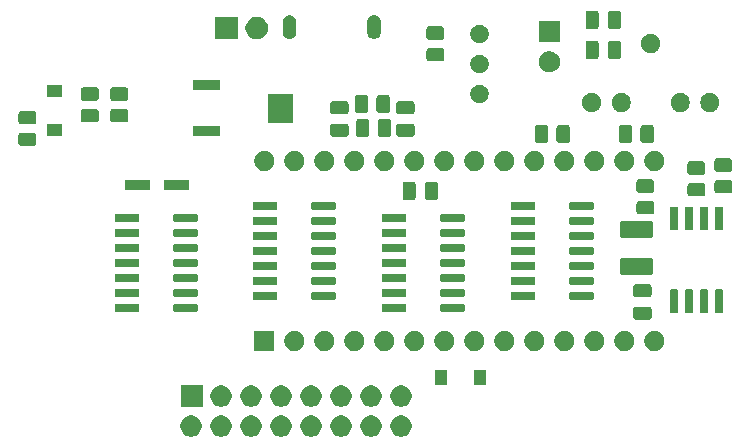
<source format=gbr>
G04 #@! TF.GenerationSoftware,KiCad,Pcbnew,5.1.5+dfsg1-2build2*
G04 #@! TF.CreationDate,2022-10-10T15:32:11+01:00*
G04 #@! TF.ProjectId,psion-speech-sp0256al2,7073696f-6e2d-4737-9065-6563682d7370,rev?*
G04 #@! TF.SameCoordinates,Original*
G04 #@! TF.FileFunction,Soldermask,Bot*
G04 #@! TF.FilePolarity,Negative*
%FSLAX46Y46*%
G04 Gerber Fmt 4.6, Leading zero omitted, Abs format (unit mm)*
G04 Created by KiCad (PCBNEW 5.1.5+dfsg1-2build2) date 2022-10-10 15:32:11*
%MOMM*%
%LPD*%
G04 APERTURE LIST*
%ADD10C,0.100000*%
G04 APERTURE END LIST*
D10*
G36*
X77473512Y-132303927D02*
G01*
X77622812Y-132333624D01*
X77786784Y-132401544D01*
X77934354Y-132500147D01*
X78059853Y-132625646D01*
X78158456Y-132773216D01*
X78226376Y-132937188D01*
X78261000Y-133111259D01*
X78261000Y-133288741D01*
X78226376Y-133462812D01*
X78158456Y-133626784D01*
X78059853Y-133774354D01*
X77934354Y-133899853D01*
X77786784Y-133998456D01*
X77622812Y-134066376D01*
X77473512Y-134096073D01*
X77448742Y-134101000D01*
X77271258Y-134101000D01*
X77246488Y-134096073D01*
X77097188Y-134066376D01*
X76933216Y-133998456D01*
X76785646Y-133899853D01*
X76660147Y-133774354D01*
X76561544Y-133626784D01*
X76493624Y-133462812D01*
X76459000Y-133288741D01*
X76459000Y-133111259D01*
X76493624Y-132937188D01*
X76561544Y-132773216D01*
X76660147Y-132625646D01*
X76785646Y-132500147D01*
X76933216Y-132401544D01*
X77097188Y-132333624D01*
X77246488Y-132303927D01*
X77271258Y-132299000D01*
X77448742Y-132299000D01*
X77473512Y-132303927D01*
G37*
G36*
X72393512Y-132303927D02*
G01*
X72542812Y-132333624D01*
X72706784Y-132401544D01*
X72854354Y-132500147D01*
X72979853Y-132625646D01*
X73078456Y-132773216D01*
X73146376Y-132937188D01*
X73181000Y-133111259D01*
X73181000Y-133288741D01*
X73146376Y-133462812D01*
X73078456Y-133626784D01*
X72979853Y-133774354D01*
X72854354Y-133899853D01*
X72706784Y-133998456D01*
X72542812Y-134066376D01*
X72393512Y-134096073D01*
X72368742Y-134101000D01*
X72191258Y-134101000D01*
X72166488Y-134096073D01*
X72017188Y-134066376D01*
X71853216Y-133998456D01*
X71705646Y-133899853D01*
X71580147Y-133774354D01*
X71481544Y-133626784D01*
X71413624Y-133462812D01*
X71379000Y-133288741D01*
X71379000Y-133111259D01*
X71413624Y-132937188D01*
X71481544Y-132773216D01*
X71580147Y-132625646D01*
X71705646Y-132500147D01*
X71853216Y-132401544D01*
X72017188Y-132333624D01*
X72166488Y-132303927D01*
X72191258Y-132299000D01*
X72368742Y-132299000D01*
X72393512Y-132303927D01*
G37*
G36*
X69853512Y-132303927D02*
G01*
X70002812Y-132333624D01*
X70166784Y-132401544D01*
X70314354Y-132500147D01*
X70439853Y-132625646D01*
X70538456Y-132773216D01*
X70606376Y-132937188D01*
X70641000Y-133111259D01*
X70641000Y-133288741D01*
X70606376Y-133462812D01*
X70538456Y-133626784D01*
X70439853Y-133774354D01*
X70314354Y-133899853D01*
X70166784Y-133998456D01*
X70002812Y-134066376D01*
X69853512Y-134096073D01*
X69828742Y-134101000D01*
X69651258Y-134101000D01*
X69626488Y-134096073D01*
X69477188Y-134066376D01*
X69313216Y-133998456D01*
X69165646Y-133899853D01*
X69040147Y-133774354D01*
X68941544Y-133626784D01*
X68873624Y-133462812D01*
X68839000Y-133288741D01*
X68839000Y-133111259D01*
X68873624Y-132937188D01*
X68941544Y-132773216D01*
X69040147Y-132625646D01*
X69165646Y-132500147D01*
X69313216Y-132401544D01*
X69477188Y-132333624D01*
X69626488Y-132303927D01*
X69651258Y-132299000D01*
X69828742Y-132299000D01*
X69853512Y-132303927D01*
G37*
G36*
X67313512Y-132303927D02*
G01*
X67462812Y-132333624D01*
X67626784Y-132401544D01*
X67774354Y-132500147D01*
X67899853Y-132625646D01*
X67998456Y-132773216D01*
X68066376Y-132937188D01*
X68101000Y-133111259D01*
X68101000Y-133288741D01*
X68066376Y-133462812D01*
X67998456Y-133626784D01*
X67899853Y-133774354D01*
X67774354Y-133899853D01*
X67626784Y-133998456D01*
X67462812Y-134066376D01*
X67313512Y-134096073D01*
X67288742Y-134101000D01*
X67111258Y-134101000D01*
X67086488Y-134096073D01*
X66937188Y-134066376D01*
X66773216Y-133998456D01*
X66625646Y-133899853D01*
X66500147Y-133774354D01*
X66401544Y-133626784D01*
X66333624Y-133462812D01*
X66299000Y-133288741D01*
X66299000Y-133111259D01*
X66333624Y-132937188D01*
X66401544Y-132773216D01*
X66500147Y-132625646D01*
X66625646Y-132500147D01*
X66773216Y-132401544D01*
X66937188Y-132333624D01*
X67086488Y-132303927D01*
X67111258Y-132299000D01*
X67288742Y-132299000D01*
X67313512Y-132303927D01*
G37*
G36*
X64773512Y-132303927D02*
G01*
X64922812Y-132333624D01*
X65086784Y-132401544D01*
X65234354Y-132500147D01*
X65359853Y-132625646D01*
X65458456Y-132773216D01*
X65526376Y-132937188D01*
X65561000Y-133111259D01*
X65561000Y-133288741D01*
X65526376Y-133462812D01*
X65458456Y-133626784D01*
X65359853Y-133774354D01*
X65234354Y-133899853D01*
X65086784Y-133998456D01*
X64922812Y-134066376D01*
X64773512Y-134096073D01*
X64748742Y-134101000D01*
X64571258Y-134101000D01*
X64546488Y-134096073D01*
X64397188Y-134066376D01*
X64233216Y-133998456D01*
X64085646Y-133899853D01*
X63960147Y-133774354D01*
X63861544Y-133626784D01*
X63793624Y-133462812D01*
X63759000Y-133288741D01*
X63759000Y-133111259D01*
X63793624Y-132937188D01*
X63861544Y-132773216D01*
X63960147Y-132625646D01*
X64085646Y-132500147D01*
X64233216Y-132401544D01*
X64397188Y-132333624D01*
X64546488Y-132303927D01*
X64571258Y-132299000D01*
X64748742Y-132299000D01*
X64773512Y-132303927D01*
G37*
G36*
X62233512Y-132303927D02*
G01*
X62382812Y-132333624D01*
X62546784Y-132401544D01*
X62694354Y-132500147D01*
X62819853Y-132625646D01*
X62918456Y-132773216D01*
X62986376Y-132937188D01*
X63021000Y-133111259D01*
X63021000Y-133288741D01*
X62986376Y-133462812D01*
X62918456Y-133626784D01*
X62819853Y-133774354D01*
X62694354Y-133899853D01*
X62546784Y-133998456D01*
X62382812Y-134066376D01*
X62233512Y-134096073D01*
X62208742Y-134101000D01*
X62031258Y-134101000D01*
X62006488Y-134096073D01*
X61857188Y-134066376D01*
X61693216Y-133998456D01*
X61545646Y-133899853D01*
X61420147Y-133774354D01*
X61321544Y-133626784D01*
X61253624Y-133462812D01*
X61219000Y-133288741D01*
X61219000Y-133111259D01*
X61253624Y-132937188D01*
X61321544Y-132773216D01*
X61420147Y-132625646D01*
X61545646Y-132500147D01*
X61693216Y-132401544D01*
X61857188Y-132333624D01*
X62006488Y-132303927D01*
X62031258Y-132299000D01*
X62208742Y-132299000D01*
X62233512Y-132303927D01*
G37*
G36*
X59693512Y-132303927D02*
G01*
X59842812Y-132333624D01*
X60006784Y-132401544D01*
X60154354Y-132500147D01*
X60279853Y-132625646D01*
X60378456Y-132773216D01*
X60446376Y-132937188D01*
X60481000Y-133111259D01*
X60481000Y-133288741D01*
X60446376Y-133462812D01*
X60378456Y-133626784D01*
X60279853Y-133774354D01*
X60154354Y-133899853D01*
X60006784Y-133998456D01*
X59842812Y-134066376D01*
X59693512Y-134096073D01*
X59668742Y-134101000D01*
X59491258Y-134101000D01*
X59466488Y-134096073D01*
X59317188Y-134066376D01*
X59153216Y-133998456D01*
X59005646Y-133899853D01*
X58880147Y-133774354D01*
X58781544Y-133626784D01*
X58713624Y-133462812D01*
X58679000Y-133288741D01*
X58679000Y-133111259D01*
X58713624Y-132937188D01*
X58781544Y-132773216D01*
X58880147Y-132625646D01*
X59005646Y-132500147D01*
X59153216Y-132401544D01*
X59317188Y-132333624D01*
X59466488Y-132303927D01*
X59491258Y-132299000D01*
X59668742Y-132299000D01*
X59693512Y-132303927D01*
G37*
G36*
X74933512Y-132303927D02*
G01*
X75082812Y-132333624D01*
X75246784Y-132401544D01*
X75394354Y-132500147D01*
X75519853Y-132625646D01*
X75618456Y-132773216D01*
X75686376Y-132937188D01*
X75721000Y-133111259D01*
X75721000Y-133288741D01*
X75686376Y-133462812D01*
X75618456Y-133626784D01*
X75519853Y-133774354D01*
X75394354Y-133899853D01*
X75246784Y-133998456D01*
X75082812Y-134066376D01*
X74933512Y-134096073D01*
X74908742Y-134101000D01*
X74731258Y-134101000D01*
X74706488Y-134096073D01*
X74557188Y-134066376D01*
X74393216Y-133998456D01*
X74245646Y-133899853D01*
X74120147Y-133774354D01*
X74021544Y-133626784D01*
X73953624Y-133462812D01*
X73919000Y-133288741D01*
X73919000Y-133111259D01*
X73953624Y-132937188D01*
X74021544Y-132773216D01*
X74120147Y-132625646D01*
X74245646Y-132500147D01*
X74393216Y-132401544D01*
X74557188Y-132333624D01*
X74706488Y-132303927D01*
X74731258Y-132299000D01*
X74908742Y-132299000D01*
X74933512Y-132303927D01*
G37*
G36*
X69853512Y-129763927D02*
G01*
X70002812Y-129793624D01*
X70166784Y-129861544D01*
X70314354Y-129960147D01*
X70439853Y-130085646D01*
X70538456Y-130233216D01*
X70606376Y-130397188D01*
X70641000Y-130571259D01*
X70641000Y-130748741D01*
X70606376Y-130922812D01*
X70538456Y-131086784D01*
X70439853Y-131234354D01*
X70314354Y-131359853D01*
X70166784Y-131458456D01*
X70002812Y-131526376D01*
X69853512Y-131556073D01*
X69828742Y-131561000D01*
X69651258Y-131561000D01*
X69626488Y-131556073D01*
X69477188Y-131526376D01*
X69313216Y-131458456D01*
X69165646Y-131359853D01*
X69040147Y-131234354D01*
X68941544Y-131086784D01*
X68873624Y-130922812D01*
X68839000Y-130748741D01*
X68839000Y-130571259D01*
X68873624Y-130397188D01*
X68941544Y-130233216D01*
X69040147Y-130085646D01*
X69165646Y-129960147D01*
X69313216Y-129861544D01*
X69477188Y-129793624D01*
X69626488Y-129763927D01*
X69651258Y-129759000D01*
X69828742Y-129759000D01*
X69853512Y-129763927D01*
G37*
G36*
X77473512Y-129763927D02*
G01*
X77622812Y-129793624D01*
X77786784Y-129861544D01*
X77934354Y-129960147D01*
X78059853Y-130085646D01*
X78158456Y-130233216D01*
X78226376Y-130397188D01*
X78261000Y-130571259D01*
X78261000Y-130748741D01*
X78226376Y-130922812D01*
X78158456Y-131086784D01*
X78059853Y-131234354D01*
X77934354Y-131359853D01*
X77786784Y-131458456D01*
X77622812Y-131526376D01*
X77473512Y-131556073D01*
X77448742Y-131561000D01*
X77271258Y-131561000D01*
X77246488Y-131556073D01*
X77097188Y-131526376D01*
X76933216Y-131458456D01*
X76785646Y-131359853D01*
X76660147Y-131234354D01*
X76561544Y-131086784D01*
X76493624Y-130922812D01*
X76459000Y-130748741D01*
X76459000Y-130571259D01*
X76493624Y-130397188D01*
X76561544Y-130233216D01*
X76660147Y-130085646D01*
X76785646Y-129960147D01*
X76933216Y-129861544D01*
X77097188Y-129793624D01*
X77246488Y-129763927D01*
X77271258Y-129759000D01*
X77448742Y-129759000D01*
X77473512Y-129763927D01*
G37*
G36*
X74933512Y-129763927D02*
G01*
X75082812Y-129793624D01*
X75246784Y-129861544D01*
X75394354Y-129960147D01*
X75519853Y-130085646D01*
X75618456Y-130233216D01*
X75686376Y-130397188D01*
X75721000Y-130571259D01*
X75721000Y-130748741D01*
X75686376Y-130922812D01*
X75618456Y-131086784D01*
X75519853Y-131234354D01*
X75394354Y-131359853D01*
X75246784Y-131458456D01*
X75082812Y-131526376D01*
X74933512Y-131556073D01*
X74908742Y-131561000D01*
X74731258Y-131561000D01*
X74706488Y-131556073D01*
X74557188Y-131526376D01*
X74393216Y-131458456D01*
X74245646Y-131359853D01*
X74120147Y-131234354D01*
X74021544Y-131086784D01*
X73953624Y-130922812D01*
X73919000Y-130748741D01*
X73919000Y-130571259D01*
X73953624Y-130397188D01*
X74021544Y-130233216D01*
X74120147Y-130085646D01*
X74245646Y-129960147D01*
X74393216Y-129861544D01*
X74557188Y-129793624D01*
X74706488Y-129763927D01*
X74731258Y-129759000D01*
X74908742Y-129759000D01*
X74933512Y-129763927D01*
G37*
G36*
X72393512Y-129763927D02*
G01*
X72542812Y-129793624D01*
X72706784Y-129861544D01*
X72854354Y-129960147D01*
X72979853Y-130085646D01*
X73078456Y-130233216D01*
X73146376Y-130397188D01*
X73181000Y-130571259D01*
X73181000Y-130748741D01*
X73146376Y-130922812D01*
X73078456Y-131086784D01*
X72979853Y-131234354D01*
X72854354Y-131359853D01*
X72706784Y-131458456D01*
X72542812Y-131526376D01*
X72393512Y-131556073D01*
X72368742Y-131561000D01*
X72191258Y-131561000D01*
X72166488Y-131556073D01*
X72017188Y-131526376D01*
X71853216Y-131458456D01*
X71705646Y-131359853D01*
X71580147Y-131234354D01*
X71481544Y-131086784D01*
X71413624Y-130922812D01*
X71379000Y-130748741D01*
X71379000Y-130571259D01*
X71413624Y-130397188D01*
X71481544Y-130233216D01*
X71580147Y-130085646D01*
X71705646Y-129960147D01*
X71853216Y-129861544D01*
X72017188Y-129793624D01*
X72166488Y-129763927D01*
X72191258Y-129759000D01*
X72368742Y-129759000D01*
X72393512Y-129763927D01*
G37*
G36*
X67313512Y-129763927D02*
G01*
X67462812Y-129793624D01*
X67626784Y-129861544D01*
X67774354Y-129960147D01*
X67899853Y-130085646D01*
X67998456Y-130233216D01*
X68066376Y-130397188D01*
X68101000Y-130571259D01*
X68101000Y-130748741D01*
X68066376Y-130922812D01*
X67998456Y-131086784D01*
X67899853Y-131234354D01*
X67774354Y-131359853D01*
X67626784Y-131458456D01*
X67462812Y-131526376D01*
X67313512Y-131556073D01*
X67288742Y-131561000D01*
X67111258Y-131561000D01*
X67086488Y-131556073D01*
X66937188Y-131526376D01*
X66773216Y-131458456D01*
X66625646Y-131359853D01*
X66500147Y-131234354D01*
X66401544Y-131086784D01*
X66333624Y-130922812D01*
X66299000Y-130748741D01*
X66299000Y-130571259D01*
X66333624Y-130397188D01*
X66401544Y-130233216D01*
X66500147Y-130085646D01*
X66625646Y-129960147D01*
X66773216Y-129861544D01*
X66937188Y-129793624D01*
X67086488Y-129763927D01*
X67111258Y-129759000D01*
X67288742Y-129759000D01*
X67313512Y-129763927D01*
G37*
G36*
X64773512Y-129763927D02*
G01*
X64922812Y-129793624D01*
X65086784Y-129861544D01*
X65234354Y-129960147D01*
X65359853Y-130085646D01*
X65458456Y-130233216D01*
X65526376Y-130397188D01*
X65561000Y-130571259D01*
X65561000Y-130748741D01*
X65526376Y-130922812D01*
X65458456Y-131086784D01*
X65359853Y-131234354D01*
X65234354Y-131359853D01*
X65086784Y-131458456D01*
X64922812Y-131526376D01*
X64773512Y-131556073D01*
X64748742Y-131561000D01*
X64571258Y-131561000D01*
X64546488Y-131556073D01*
X64397188Y-131526376D01*
X64233216Y-131458456D01*
X64085646Y-131359853D01*
X63960147Y-131234354D01*
X63861544Y-131086784D01*
X63793624Y-130922812D01*
X63759000Y-130748741D01*
X63759000Y-130571259D01*
X63793624Y-130397188D01*
X63861544Y-130233216D01*
X63960147Y-130085646D01*
X64085646Y-129960147D01*
X64233216Y-129861544D01*
X64397188Y-129793624D01*
X64546488Y-129763927D01*
X64571258Y-129759000D01*
X64748742Y-129759000D01*
X64773512Y-129763927D01*
G37*
G36*
X60561000Y-131561000D02*
G01*
X58759000Y-131561000D01*
X58759000Y-129759000D01*
X60561000Y-129759000D01*
X60561000Y-131561000D01*
G37*
G36*
X62233512Y-129763927D02*
G01*
X62382812Y-129793624D01*
X62546784Y-129861544D01*
X62694354Y-129960147D01*
X62819853Y-130085646D01*
X62918456Y-130233216D01*
X62986376Y-130397188D01*
X63021000Y-130571259D01*
X63021000Y-130748741D01*
X62986376Y-130922812D01*
X62918456Y-131086784D01*
X62819853Y-131234354D01*
X62694354Y-131359853D01*
X62546784Y-131458456D01*
X62382812Y-131526376D01*
X62233512Y-131556073D01*
X62208742Y-131561000D01*
X62031258Y-131561000D01*
X62006488Y-131556073D01*
X61857188Y-131526376D01*
X61693216Y-131458456D01*
X61545646Y-131359853D01*
X61420147Y-131234354D01*
X61321544Y-131086784D01*
X61253624Y-130922812D01*
X61219000Y-130748741D01*
X61219000Y-130571259D01*
X61253624Y-130397188D01*
X61321544Y-130233216D01*
X61420147Y-130085646D01*
X61545646Y-129960147D01*
X61693216Y-129861544D01*
X61857188Y-129793624D01*
X62006488Y-129763927D01*
X62031258Y-129759000D01*
X62208742Y-129759000D01*
X62233512Y-129763927D01*
G37*
G36*
X81251000Y-129751000D02*
G01*
X80249000Y-129751000D01*
X80249000Y-128449000D01*
X81251000Y-128449000D01*
X81251000Y-129751000D01*
G37*
G36*
X84551000Y-129751000D02*
G01*
X83549000Y-129751000D01*
X83549000Y-128449000D01*
X84551000Y-128449000D01*
X84551000Y-129751000D01*
G37*
G36*
X93974228Y-125165703D02*
G01*
X94129100Y-125229853D01*
X94268481Y-125322985D01*
X94387015Y-125441519D01*
X94480147Y-125580900D01*
X94544297Y-125735772D01*
X94577000Y-125900184D01*
X94577000Y-126067816D01*
X94544297Y-126232228D01*
X94480147Y-126387100D01*
X94387015Y-126526481D01*
X94268481Y-126645015D01*
X94129100Y-126738147D01*
X93974228Y-126802297D01*
X93809816Y-126835000D01*
X93642184Y-126835000D01*
X93477772Y-126802297D01*
X93322900Y-126738147D01*
X93183519Y-126645015D01*
X93064985Y-126526481D01*
X92971853Y-126387100D01*
X92907703Y-126232228D01*
X92875000Y-126067816D01*
X92875000Y-125900184D01*
X92907703Y-125735772D01*
X92971853Y-125580900D01*
X93064985Y-125441519D01*
X93183519Y-125322985D01*
X93322900Y-125229853D01*
X93477772Y-125165703D01*
X93642184Y-125133000D01*
X93809816Y-125133000D01*
X93974228Y-125165703D01*
G37*
G36*
X66637000Y-126835000D02*
G01*
X64935000Y-126835000D01*
X64935000Y-125133000D01*
X66637000Y-125133000D01*
X66637000Y-126835000D01*
G37*
G36*
X68574228Y-125165703D02*
G01*
X68729100Y-125229853D01*
X68868481Y-125322985D01*
X68987015Y-125441519D01*
X69080147Y-125580900D01*
X69144297Y-125735772D01*
X69177000Y-125900184D01*
X69177000Y-126067816D01*
X69144297Y-126232228D01*
X69080147Y-126387100D01*
X68987015Y-126526481D01*
X68868481Y-126645015D01*
X68729100Y-126738147D01*
X68574228Y-126802297D01*
X68409816Y-126835000D01*
X68242184Y-126835000D01*
X68077772Y-126802297D01*
X67922900Y-126738147D01*
X67783519Y-126645015D01*
X67664985Y-126526481D01*
X67571853Y-126387100D01*
X67507703Y-126232228D01*
X67475000Y-126067816D01*
X67475000Y-125900184D01*
X67507703Y-125735772D01*
X67571853Y-125580900D01*
X67664985Y-125441519D01*
X67783519Y-125322985D01*
X67922900Y-125229853D01*
X68077772Y-125165703D01*
X68242184Y-125133000D01*
X68409816Y-125133000D01*
X68574228Y-125165703D01*
G37*
G36*
X71114228Y-125165703D02*
G01*
X71269100Y-125229853D01*
X71408481Y-125322985D01*
X71527015Y-125441519D01*
X71620147Y-125580900D01*
X71684297Y-125735772D01*
X71717000Y-125900184D01*
X71717000Y-126067816D01*
X71684297Y-126232228D01*
X71620147Y-126387100D01*
X71527015Y-126526481D01*
X71408481Y-126645015D01*
X71269100Y-126738147D01*
X71114228Y-126802297D01*
X70949816Y-126835000D01*
X70782184Y-126835000D01*
X70617772Y-126802297D01*
X70462900Y-126738147D01*
X70323519Y-126645015D01*
X70204985Y-126526481D01*
X70111853Y-126387100D01*
X70047703Y-126232228D01*
X70015000Y-126067816D01*
X70015000Y-125900184D01*
X70047703Y-125735772D01*
X70111853Y-125580900D01*
X70204985Y-125441519D01*
X70323519Y-125322985D01*
X70462900Y-125229853D01*
X70617772Y-125165703D01*
X70782184Y-125133000D01*
X70949816Y-125133000D01*
X71114228Y-125165703D01*
G37*
G36*
X73654228Y-125165703D02*
G01*
X73809100Y-125229853D01*
X73948481Y-125322985D01*
X74067015Y-125441519D01*
X74160147Y-125580900D01*
X74224297Y-125735772D01*
X74257000Y-125900184D01*
X74257000Y-126067816D01*
X74224297Y-126232228D01*
X74160147Y-126387100D01*
X74067015Y-126526481D01*
X73948481Y-126645015D01*
X73809100Y-126738147D01*
X73654228Y-126802297D01*
X73489816Y-126835000D01*
X73322184Y-126835000D01*
X73157772Y-126802297D01*
X73002900Y-126738147D01*
X72863519Y-126645015D01*
X72744985Y-126526481D01*
X72651853Y-126387100D01*
X72587703Y-126232228D01*
X72555000Y-126067816D01*
X72555000Y-125900184D01*
X72587703Y-125735772D01*
X72651853Y-125580900D01*
X72744985Y-125441519D01*
X72863519Y-125322985D01*
X73002900Y-125229853D01*
X73157772Y-125165703D01*
X73322184Y-125133000D01*
X73489816Y-125133000D01*
X73654228Y-125165703D01*
G37*
G36*
X76194228Y-125165703D02*
G01*
X76349100Y-125229853D01*
X76488481Y-125322985D01*
X76607015Y-125441519D01*
X76700147Y-125580900D01*
X76764297Y-125735772D01*
X76797000Y-125900184D01*
X76797000Y-126067816D01*
X76764297Y-126232228D01*
X76700147Y-126387100D01*
X76607015Y-126526481D01*
X76488481Y-126645015D01*
X76349100Y-126738147D01*
X76194228Y-126802297D01*
X76029816Y-126835000D01*
X75862184Y-126835000D01*
X75697772Y-126802297D01*
X75542900Y-126738147D01*
X75403519Y-126645015D01*
X75284985Y-126526481D01*
X75191853Y-126387100D01*
X75127703Y-126232228D01*
X75095000Y-126067816D01*
X75095000Y-125900184D01*
X75127703Y-125735772D01*
X75191853Y-125580900D01*
X75284985Y-125441519D01*
X75403519Y-125322985D01*
X75542900Y-125229853D01*
X75697772Y-125165703D01*
X75862184Y-125133000D01*
X76029816Y-125133000D01*
X76194228Y-125165703D01*
G37*
G36*
X78734228Y-125165703D02*
G01*
X78889100Y-125229853D01*
X79028481Y-125322985D01*
X79147015Y-125441519D01*
X79240147Y-125580900D01*
X79304297Y-125735772D01*
X79337000Y-125900184D01*
X79337000Y-126067816D01*
X79304297Y-126232228D01*
X79240147Y-126387100D01*
X79147015Y-126526481D01*
X79028481Y-126645015D01*
X78889100Y-126738147D01*
X78734228Y-126802297D01*
X78569816Y-126835000D01*
X78402184Y-126835000D01*
X78237772Y-126802297D01*
X78082900Y-126738147D01*
X77943519Y-126645015D01*
X77824985Y-126526481D01*
X77731853Y-126387100D01*
X77667703Y-126232228D01*
X77635000Y-126067816D01*
X77635000Y-125900184D01*
X77667703Y-125735772D01*
X77731853Y-125580900D01*
X77824985Y-125441519D01*
X77943519Y-125322985D01*
X78082900Y-125229853D01*
X78237772Y-125165703D01*
X78402184Y-125133000D01*
X78569816Y-125133000D01*
X78734228Y-125165703D01*
G37*
G36*
X81274228Y-125165703D02*
G01*
X81429100Y-125229853D01*
X81568481Y-125322985D01*
X81687015Y-125441519D01*
X81780147Y-125580900D01*
X81844297Y-125735772D01*
X81877000Y-125900184D01*
X81877000Y-126067816D01*
X81844297Y-126232228D01*
X81780147Y-126387100D01*
X81687015Y-126526481D01*
X81568481Y-126645015D01*
X81429100Y-126738147D01*
X81274228Y-126802297D01*
X81109816Y-126835000D01*
X80942184Y-126835000D01*
X80777772Y-126802297D01*
X80622900Y-126738147D01*
X80483519Y-126645015D01*
X80364985Y-126526481D01*
X80271853Y-126387100D01*
X80207703Y-126232228D01*
X80175000Y-126067816D01*
X80175000Y-125900184D01*
X80207703Y-125735772D01*
X80271853Y-125580900D01*
X80364985Y-125441519D01*
X80483519Y-125322985D01*
X80622900Y-125229853D01*
X80777772Y-125165703D01*
X80942184Y-125133000D01*
X81109816Y-125133000D01*
X81274228Y-125165703D01*
G37*
G36*
X88894228Y-125165703D02*
G01*
X89049100Y-125229853D01*
X89188481Y-125322985D01*
X89307015Y-125441519D01*
X89400147Y-125580900D01*
X89464297Y-125735772D01*
X89497000Y-125900184D01*
X89497000Y-126067816D01*
X89464297Y-126232228D01*
X89400147Y-126387100D01*
X89307015Y-126526481D01*
X89188481Y-126645015D01*
X89049100Y-126738147D01*
X88894228Y-126802297D01*
X88729816Y-126835000D01*
X88562184Y-126835000D01*
X88397772Y-126802297D01*
X88242900Y-126738147D01*
X88103519Y-126645015D01*
X87984985Y-126526481D01*
X87891853Y-126387100D01*
X87827703Y-126232228D01*
X87795000Y-126067816D01*
X87795000Y-125900184D01*
X87827703Y-125735772D01*
X87891853Y-125580900D01*
X87984985Y-125441519D01*
X88103519Y-125322985D01*
X88242900Y-125229853D01*
X88397772Y-125165703D01*
X88562184Y-125133000D01*
X88729816Y-125133000D01*
X88894228Y-125165703D01*
G37*
G36*
X91434228Y-125165703D02*
G01*
X91589100Y-125229853D01*
X91728481Y-125322985D01*
X91847015Y-125441519D01*
X91940147Y-125580900D01*
X92004297Y-125735772D01*
X92037000Y-125900184D01*
X92037000Y-126067816D01*
X92004297Y-126232228D01*
X91940147Y-126387100D01*
X91847015Y-126526481D01*
X91728481Y-126645015D01*
X91589100Y-126738147D01*
X91434228Y-126802297D01*
X91269816Y-126835000D01*
X91102184Y-126835000D01*
X90937772Y-126802297D01*
X90782900Y-126738147D01*
X90643519Y-126645015D01*
X90524985Y-126526481D01*
X90431853Y-126387100D01*
X90367703Y-126232228D01*
X90335000Y-126067816D01*
X90335000Y-125900184D01*
X90367703Y-125735772D01*
X90431853Y-125580900D01*
X90524985Y-125441519D01*
X90643519Y-125322985D01*
X90782900Y-125229853D01*
X90937772Y-125165703D01*
X91102184Y-125133000D01*
X91269816Y-125133000D01*
X91434228Y-125165703D01*
G37*
G36*
X86354228Y-125165703D02*
G01*
X86509100Y-125229853D01*
X86648481Y-125322985D01*
X86767015Y-125441519D01*
X86860147Y-125580900D01*
X86924297Y-125735772D01*
X86957000Y-125900184D01*
X86957000Y-126067816D01*
X86924297Y-126232228D01*
X86860147Y-126387100D01*
X86767015Y-126526481D01*
X86648481Y-126645015D01*
X86509100Y-126738147D01*
X86354228Y-126802297D01*
X86189816Y-126835000D01*
X86022184Y-126835000D01*
X85857772Y-126802297D01*
X85702900Y-126738147D01*
X85563519Y-126645015D01*
X85444985Y-126526481D01*
X85351853Y-126387100D01*
X85287703Y-126232228D01*
X85255000Y-126067816D01*
X85255000Y-125900184D01*
X85287703Y-125735772D01*
X85351853Y-125580900D01*
X85444985Y-125441519D01*
X85563519Y-125322985D01*
X85702900Y-125229853D01*
X85857772Y-125165703D01*
X86022184Y-125133000D01*
X86189816Y-125133000D01*
X86354228Y-125165703D01*
G37*
G36*
X96514228Y-125165703D02*
G01*
X96669100Y-125229853D01*
X96808481Y-125322985D01*
X96927015Y-125441519D01*
X97020147Y-125580900D01*
X97084297Y-125735772D01*
X97117000Y-125900184D01*
X97117000Y-126067816D01*
X97084297Y-126232228D01*
X97020147Y-126387100D01*
X96927015Y-126526481D01*
X96808481Y-126645015D01*
X96669100Y-126738147D01*
X96514228Y-126802297D01*
X96349816Y-126835000D01*
X96182184Y-126835000D01*
X96017772Y-126802297D01*
X95862900Y-126738147D01*
X95723519Y-126645015D01*
X95604985Y-126526481D01*
X95511853Y-126387100D01*
X95447703Y-126232228D01*
X95415000Y-126067816D01*
X95415000Y-125900184D01*
X95447703Y-125735772D01*
X95511853Y-125580900D01*
X95604985Y-125441519D01*
X95723519Y-125322985D01*
X95862900Y-125229853D01*
X96017772Y-125165703D01*
X96182184Y-125133000D01*
X96349816Y-125133000D01*
X96514228Y-125165703D01*
G37*
G36*
X99054228Y-125165703D02*
G01*
X99209100Y-125229853D01*
X99348481Y-125322985D01*
X99467015Y-125441519D01*
X99560147Y-125580900D01*
X99624297Y-125735772D01*
X99657000Y-125900184D01*
X99657000Y-126067816D01*
X99624297Y-126232228D01*
X99560147Y-126387100D01*
X99467015Y-126526481D01*
X99348481Y-126645015D01*
X99209100Y-126738147D01*
X99054228Y-126802297D01*
X98889816Y-126835000D01*
X98722184Y-126835000D01*
X98557772Y-126802297D01*
X98402900Y-126738147D01*
X98263519Y-126645015D01*
X98144985Y-126526481D01*
X98051853Y-126387100D01*
X97987703Y-126232228D01*
X97955000Y-126067816D01*
X97955000Y-125900184D01*
X97987703Y-125735772D01*
X98051853Y-125580900D01*
X98144985Y-125441519D01*
X98263519Y-125322985D01*
X98402900Y-125229853D01*
X98557772Y-125165703D01*
X98722184Y-125133000D01*
X98889816Y-125133000D01*
X99054228Y-125165703D01*
G37*
G36*
X83814228Y-125165703D02*
G01*
X83969100Y-125229853D01*
X84108481Y-125322985D01*
X84227015Y-125441519D01*
X84320147Y-125580900D01*
X84384297Y-125735772D01*
X84417000Y-125900184D01*
X84417000Y-126067816D01*
X84384297Y-126232228D01*
X84320147Y-126387100D01*
X84227015Y-126526481D01*
X84108481Y-126645015D01*
X83969100Y-126738147D01*
X83814228Y-126802297D01*
X83649816Y-126835000D01*
X83482184Y-126835000D01*
X83317772Y-126802297D01*
X83162900Y-126738147D01*
X83023519Y-126645015D01*
X82904985Y-126526481D01*
X82811853Y-126387100D01*
X82747703Y-126232228D01*
X82715000Y-126067816D01*
X82715000Y-125900184D01*
X82747703Y-125735772D01*
X82811853Y-125580900D01*
X82904985Y-125441519D01*
X83023519Y-125322985D01*
X83162900Y-125229853D01*
X83317772Y-125165703D01*
X83482184Y-125133000D01*
X83649816Y-125133000D01*
X83814228Y-125165703D01*
G37*
G36*
X98394434Y-123085686D02*
G01*
X98434284Y-123097774D01*
X98470999Y-123117399D01*
X98503186Y-123143814D01*
X98529601Y-123176001D01*
X98549226Y-123212716D01*
X98561314Y-123252566D01*
X98566000Y-123300141D01*
X98566000Y-123963859D01*
X98561314Y-124011434D01*
X98549226Y-124051284D01*
X98529601Y-124087999D01*
X98503186Y-124120186D01*
X98470999Y-124146601D01*
X98434284Y-124166226D01*
X98394434Y-124178314D01*
X98346859Y-124183000D01*
X97233141Y-124183000D01*
X97185566Y-124178314D01*
X97145716Y-124166226D01*
X97109001Y-124146601D01*
X97076814Y-124120186D01*
X97050399Y-124087999D01*
X97030774Y-124051284D01*
X97018686Y-124011434D01*
X97014000Y-123963859D01*
X97014000Y-123300141D01*
X97018686Y-123252566D01*
X97030774Y-123212716D01*
X97050399Y-123176001D01*
X97076814Y-123143814D01*
X97109001Y-123117399D01*
X97145716Y-123097774D01*
X97185566Y-123085686D01*
X97233141Y-123081000D01*
X98346859Y-123081000D01*
X98394434Y-123085686D01*
G37*
G36*
X104526928Y-121627764D02*
G01*
X104548009Y-121634160D01*
X104567445Y-121644548D01*
X104584476Y-121658524D01*
X104598452Y-121675555D01*
X104608840Y-121694991D01*
X104615236Y-121716072D01*
X104618000Y-121744140D01*
X104618000Y-123507860D01*
X104615236Y-123535928D01*
X104608840Y-123557009D01*
X104598452Y-123576445D01*
X104584476Y-123593476D01*
X104567445Y-123607452D01*
X104548009Y-123617840D01*
X104526928Y-123624236D01*
X104498860Y-123627000D01*
X104035140Y-123627000D01*
X104007072Y-123624236D01*
X103985991Y-123617840D01*
X103966555Y-123607452D01*
X103949524Y-123593476D01*
X103935548Y-123576445D01*
X103925160Y-123557009D01*
X103918764Y-123535928D01*
X103916000Y-123507860D01*
X103916000Y-121744140D01*
X103918764Y-121716072D01*
X103925160Y-121694991D01*
X103935548Y-121675555D01*
X103949524Y-121658524D01*
X103966555Y-121644548D01*
X103985991Y-121634160D01*
X104007072Y-121627764D01*
X104035140Y-121625000D01*
X104498860Y-121625000D01*
X104526928Y-121627764D01*
G37*
G36*
X101986928Y-121627764D02*
G01*
X102008009Y-121634160D01*
X102027445Y-121644548D01*
X102044476Y-121658524D01*
X102058452Y-121675555D01*
X102068840Y-121694991D01*
X102075236Y-121716072D01*
X102078000Y-121744140D01*
X102078000Y-123507860D01*
X102075236Y-123535928D01*
X102068840Y-123557009D01*
X102058452Y-123576445D01*
X102044476Y-123593476D01*
X102027445Y-123607452D01*
X102008009Y-123617840D01*
X101986928Y-123624236D01*
X101958860Y-123627000D01*
X101495140Y-123627000D01*
X101467072Y-123624236D01*
X101445991Y-123617840D01*
X101426555Y-123607452D01*
X101409524Y-123593476D01*
X101395548Y-123576445D01*
X101385160Y-123557009D01*
X101378764Y-123535928D01*
X101376000Y-123507860D01*
X101376000Y-121744140D01*
X101378764Y-121716072D01*
X101385160Y-121694991D01*
X101395548Y-121675555D01*
X101409524Y-121658524D01*
X101426555Y-121644548D01*
X101445991Y-121634160D01*
X101467072Y-121627764D01*
X101495140Y-121625000D01*
X101958860Y-121625000D01*
X101986928Y-121627764D01*
G37*
G36*
X103256928Y-121627764D02*
G01*
X103278009Y-121634160D01*
X103297445Y-121644548D01*
X103314476Y-121658524D01*
X103328452Y-121675555D01*
X103338840Y-121694991D01*
X103345236Y-121716072D01*
X103348000Y-121744140D01*
X103348000Y-123507860D01*
X103345236Y-123535928D01*
X103338840Y-123557009D01*
X103328452Y-123576445D01*
X103314476Y-123593476D01*
X103297445Y-123607452D01*
X103278009Y-123617840D01*
X103256928Y-123624236D01*
X103228860Y-123627000D01*
X102765140Y-123627000D01*
X102737072Y-123624236D01*
X102715991Y-123617840D01*
X102696555Y-123607452D01*
X102679524Y-123593476D01*
X102665548Y-123576445D01*
X102655160Y-123557009D01*
X102648764Y-123535928D01*
X102646000Y-123507860D01*
X102646000Y-121744140D01*
X102648764Y-121716072D01*
X102655160Y-121694991D01*
X102665548Y-121675555D01*
X102679524Y-121658524D01*
X102696555Y-121644548D01*
X102715991Y-121634160D01*
X102737072Y-121627764D01*
X102765140Y-121625000D01*
X103228860Y-121625000D01*
X103256928Y-121627764D01*
G37*
G36*
X100716928Y-121627764D02*
G01*
X100738009Y-121634160D01*
X100757445Y-121644548D01*
X100774476Y-121658524D01*
X100788452Y-121675555D01*
X100798840Y-121694991D01*
X100805236Y-121716072D01*
X100808000Y-121744140D01*
X100808000Y-123507860D01*
X100805236Y-123535928D01*
X100798840Y-123557009D01*
X100788452Y-123576445D01*
X100774476Y-123593476D01*
X100757445Y-123607452D01*
X100738009Y-123617840D01*
X100716928Y-123624236D01*
X100688860Y-123627000D01*
X100225140Y-123627000D01*
X100197072Y-123624236D01*
X100175991Y-123617840D01*
X100156555Y-123607452D01*
X100139524Y-123593476D01*
X100125548Y-123576445D01*
X100115160Y-123557009D01*
X100108764Y-123535928D01*
X100106000Y-123507860D01*
X100106000Y-121744140D01*
X100108764Y-121716072D01*
X100115160Y-121694991D01*
X100125548Y-121675555D01*
X100139524Y-121658524D01*
X100156555Y-121644548D01*
X100175991Y-121634160D01*
X100197072Y-121627764D01*
X100225140Y-121625000D01*
X100688860Y-121625000D01*
X100716928Y-121627764D01*
G37*
G36*
X82657928Y-122841764D02*
G01*
X82679009Y-122848160D01*
X82698445Y-122858548D01*
X82715476Y-122872524D01*
X82729452Y-122889555D01*
X82739840Y-122908991D01*
X82746236Y-122930072D01*
X82749000Y-122958140D01*
X82749000Y-123421860D01*
X82746236Y-123449928D01*
X82739840Y-123471009D01*
X82729452Y-123490445D01*
X82715476Y-123507476D01*
X82698445Y-123521452D01*
X82679009Y-123531840D01*
X82657928Y-123538236D01*
X82629860Y-123541000D01*
X80816140Y-123541000D01*
X80788072Y-123538236D01*
X80766991Y-123531840D01*
X80747555Y-123521452D01*
X80730524Y-123507476D01*
X80716548Y-123490445D01*
X80706160Y-123471009D01*
X80699764Y-123449928D01*
X80697000Y-123421860D01*
X80697000Y-122958140D01*
X80699764Y-122930072D01*
X80706160Y-122908991D01*
X80716548Y-122889555D01*
X80730524Y-122872524D01*
X80747555Y-122858548D01*
X80766991Y-122848160D01*
X80788072Y-122841764D01*
X80816140Y-122839000D01*
X82629860Y-122839000D01*
X82657928Y-122841764D01*
G37*
G36*
X77707928Y-122841764D02*
G01*
X77729009Y-122848160D01*
X77748445Y-122858548D01*
X77765476Y-122872524D01*
X77779452Y-122889555D01*
X77789840Y-122908991D01*
X77796236Y-122930072D01*
X77799000Y-122958140D01*
X77799000Y-123421860D01*
X77796236Y-123449928D01*
X77789840Y-123471009D01*
X77779452Y-123490445D01*
X77765476Y-123507476D01*
X77748445Y-123521452D01*
X77729009Y-123531840D01*
X77707928Y-123538236D01*
X77679860Y-123541000D01*
X75866140Y-123541000D01*
X75838072Y-123538236D01*
X75816991Y-123531840D01*
X75797555Y-123521452D01*
X75780524Y-123507476D01*
X75766548Y-123490445D01*
X75756160Y-123471009D01*
X75749764Y-123449928D01*
X75747000Y-123421860D01*
X75747000Y-122958140D01*
X75749764Y-122930072D01*
X75756160Y-122908991D01*
X75766548Y-122889555D01*
X75780524Y-122872524D01*
X75797555Y-122858548D01*
X75816991Y-122848160D01*
X75838072Y-122841764D01*
X75866140Y-122839000D01*
X77679860Y-122839000D01*
X77707928Y-122841764D01*
G37*
G36*
X60051928Y-122841764D02*
G01*
X60073009Y-122848160D01*
X60092445Y-122858548D01*
X60109476Y-122872524D01*
X60123452Y-122889555D01*
X60133840Y-122908991D01*
X60140236Y-122930072D01*
X60143000Y-122958140D01*
X60143000Y-123421860D01*
X60140236Y-123449928D01*
X60133840Y-123471009D01*
X60123452Y-123490445D01*
X60109476Y-123507476D01*
X60092445Y-123521452D01*
X60073009Y-123531840D01*
X60051928Y-123538236D01*
X60023860Y-123541000D01*
X58210140Y-123541000D01*
X58182072Y-123538236D01*
X58160991Y-123531840D01*
X58141555Y-123521452D01*
X58124524Y-123507476D01*
X58110548Y-123490445D01*
X58100160Y-123471009D01*
X58093764Y-123449928D01*
X58091000Y-123421860D01*
X58091000Y-122958140D01*
X58093764Y-122930072D01*
X58100160Y-122908991D01*
X58110548Y-122889555D01*
X58124524Y-122872524D01*
X58141555Y-122858548D01*
X58160991Y-122848160D01*
X58182072Y-122841764D01*
X58210140Y-122839000D01*
X60023860Y-122839000D01*
X60051928Y-122841764D01*
G37*
G36*
X55101928Y-122841764D02*
G01*
X55123009Y-122848160D01*
X55142445Y-122858548D01*
X55159476Y-122872524D01*
X55173452Y-122889555D01*
X55183840Y-122908991D01*
X55190236Y-122930072D01*
X55193000Y-122958140D01*
X55193000Y-123421860D01*
X55190236Y-123449928D01*
X55183840Y-123471009D01*
X55173452Y-123490445D01*
X55159476Y-123507476D01*
X55142445Y-123521452D01*
X55123009Y-123531840D01*
X55101928Y-123538236D01*
X55073860Y-123541000D01*
X53260140Y-123541000D01*
X53232072Y-123538236D01*
X53210991Y-123531840D01*
X53191555Y-123521452D01*
X53174524Y-123507476D01*
X53160548Y-123490445D01*
X53150160Y-123471009D01*
X53143764Y-123449928D01*
X53141000Y-123421860D01*
X53141000Y-122958140D01*
X53143764Y-122930072D01*
X53150160Y-122908991D01*
X53160548Y-122889555D01*
X53174524Y-122872524D01*
X53191555Y-122858548D01*
X53210991Y-122848160D01*
X53232072Y-122841764D01*
X53260140Y-122839000D01*
X55073860Y-122839000D01*
X55101928Y-122841764D01*
G37*
G36*
X71735928Y-121825764D02*
G01*
X71757009Y-121832160D01*
X71776445Y-121842548D01*
X71793476Y-121856524D01*
X71807452Y-121873555D01*
X71817840Y-121892991D01*
X71824236Y-121914072D01*
X71827000Y-121942140D01*
X71827000Y-122405860D01*
X71824236Y-122433928D01*
X71817840Y-122455009D01*
X71807452Y-122474445D01*
X71793476Y-122491476D01*
X71776445Y-122505452D01*
X71757009Y-122515840D01*
X71735928Y-122522236D01*
X71707860Y-122525000D01*
X69894140Y-122525000D01*
X69866072Y-122522236D01*
X69844991Y-122515840D01*
X69825555Y-122505452D01*
X69808524Y-122491476D01*
X69794548Y-122474445D01*
X69784160Y-122455009D01*
X69777764Y-122433928D01*
X69775000Y-122405860D01*
X69775000Y-121942140D01*
X69777764Y-121914072D01*
X69784160Y-121892991D01*
X69794548Y-121873555D01*
X69808524Y-121856524D01*
X69825555Y-121842548D01*
X69844991Y-121832160D01*
X69866072Y-121825764D01*
X69894140Y-121823000D01*
X71707860Y-121823000D01*
X71735928Y-121825764D01*
G37*
G36*
X66785928Y-121825764D02*
G01*
X66807009Y-121832160D01*
X66826445Y-121842548D01*
X66843476Y-121856524D01*
X66857452Y-121873555D01*
X66867840Y-121892991D01*
X66874236Y-121914072D01*
X66877000Y-121942140D01*
X66877000Y-122405860D01*
X66874236Y-122433928D01*
X66867840Y-122455009D01*
X66857452Y-122474445D01*
X66843476Y-122491476D01*
X66826445Y-122505452D01*
X66807009Y-122515840D01*
X66785928Y-122522236D01*
X66757860Y-122525000D01*
X64944140Y-122525000D01*
X64916072Y-122522236D01*
X64894991Y-122515840D01*
X64875555Y-122505452D01*
X64858524Y-122491476D01*
X64844548Y-122474445D01*
X64834160Y-122455009D01*
X64827764Y-122433928D01*
X64825000Y-122405860D01*
X64825000Y-121942140D01*
X64827764Y-121914072D01*
X64834160Y-121892991D01*
X64844548Y-121873555D01*
X64858524Y-121856524D01*
X64875555Y-121842548D01*
X64894991Y-121832160D01*
X64916072Y-121825764D01*
X64944140Y-121823000D01*
X66757860Y-121823000D01*
X66785928Y-121825764D01*
G37*
G36*
X93579928Y-121825764D02*
G01*
X93601009Y-121832160D01*
X93620445Y-121842548D01*
X93637476Y-121856524D01*
X93651452Y-121873555D01*
X93661840Y-121892991D01*
X93668236Y-121914072D01*
X93671000Y-121942140D01*
X93671000Y-122405860D01*
X93668236Y-122433928D01*
X93661840Y-122455009D01*
X93651452Y-122474445D01*
X93637476Y-122491476D01*
X93620445Y-122505452D01*
X93601009Y-122515840D01*
X93579928Y-122522236D01*
X93551860Y-122525000D01*
X91738140Y-122525000D01*
X91710072Y-122522236D01*
X91688991Y-122515840D01*
X91669555Y-122505452D01*
X91652524Y-122491476D01*
X91638548Y-122474445D01*
X91628160Y-122455009D01*
X91621764Y-122433928D01*
X91619000Y-122405860D01*
X91619000Y-121942140D01*
X91621764Y-121914072D01*
X91628160Y-121892991D01*
X91638548Y-121873555D01*
X91652524Y-121856524D01*
X91669555Y-121842548D01*
X91688991Y-121832160D01*
X91710072Y-121825764D01*
X91738140Y-121823000D01*
X93551860Y-121823000D01*
X93579928Y-121825764D01*
G37*
G36*
X88629928Y-121825764D02*
G01*
X88651009Y-121832160D01*
X88670445Y-121842548D01*
X88687476Y-121856524D01*
X88701452Y-121873555D01*
X88711840Y-121892991D01*
X88718236Y-121914072D01*
X88721000Y-121942140D01*
X88721000Y-122405860D01*
X88718236Y-122433928D01*
X88711840Y-122455009D01*
X88701452Y-122474445D01*
X88687476Y-122491476D01*
X88670445Y-122505452D01*
X88651009Y-122515840D01*
X88629928Y-122522236D01*
X88601860Y-122525000D01*
X86788140Y-122525000D01*
X86760072Y-122522236D01*
X86738991Y-122515840D01*
X86719555Y-122505452D01*
X86702524Y-122491476D01*
X86688548Y-122474445D01*
X86678160Y-122455009D01*
X86671764Y-122433928D01*
X86669000Y-122405860D01*
X86669000Y-121942140D01*
X86671764Y-121914072D01*
X86678160Y-121892991D01*
X86688548Y-121873555D01*
X86702524Y-121856524D01*
X86719555Y-121842548D01*
X86738991Y-121832160D01*
X86760072Y-121825764D01*
X86788140Y-121823000D01*
X88601860Y-121823000D01*
X88629928Y-121825764D01*
G37*
G36*
X98394434Y-121185686D02*
G01*
X98434284Y-121197774D01*
X98470999Y-121217399D01*
X98503186Y-121243814D01*
X98529601Y-121276001D01*
X98549226Y-121312716D01*
X98561314Y-121352566D01*
X98566000Y-121400141D01*
X98566000Y-122063859D01*
X98561314Y-122111434D01*
X98549226Y-122151284D01*
X98529601Y-122187999D01*
X98503186Y-122220186D01*
X98470999Y-122246601D01*
X98434284Y-122266226D01*
X98394434Y-122278314D01*
X98346859Y-122283000D01*
X97233141Y-122283000D01*
X97185566Y-122278314D01*
X97145716Y-122266226D01*
X97109001Y-122246601D01*
X97076814Y-122220186D01*
X97050399Y-122187999D01*
X97030774Y-122151284D01*
X97018686Y-122111434D01*
X97014000Y-122063859D01*
X97014000Y-121400141D01*
X97018686Y-121352566D01*
X97030774Y-121312716D01*
X97050399Y-121276001D01*
X97076814Y-121243814D01*
X97109001Y-121217399D01*
X97145716Y-121197774D01*
X97185566Y-121185686D01*
X97233141Y-121181000D01*
X98346859Y-121181000D01*
X98394434Y-121185686D01*
G37*
G36*
X82657928Y-121571764D02*
G01*
X82679009Y-121578160D01*
X82698445Y-121588548D01*
X82715476Y-121602524D01*
X82729452Y-121619555D01*
X82739840Y-121638991D01*
X82746236Y-121660072D01*
X82749000Y-121688140D01*
X82749000Y-122151860D01*
X82746236Y-122179928D01*
X82739840Y-122201009D01*
X82729452Y-122220445D01*
X82715476Y-122237476D01*
X82698445Y-122251452D01*
X82679009Y-122261840D01*
X82657928Y-122268236D01*
X82629860Y-122271000D01*
X80816140Y-122271000D01*
X80788072Y-122268236D01*
X80766991Y-122261840D01*
X80747555Y-122251452D01*
X80730524Y-122237476D01*
X80716548Y-122220445D01*
X80706160Y-122201009D01*
X80699764Y-122179928D01*
X80697000Y-122151860D01*
X80697000Y-121688140D01*
X80699764Y-121660072D01*
X80706160Y-121638991D01*
X80716548Y-121619555D01*
X80730524Y-121602524D01*
X80747555Y-121588548D01*
X80766991Y-121578160D01*
X80788072Y-121571764D01*
X80816140Y-121569000D01*
X82629860Y-121569000D01*
X82657928Y-121571764D01*
G37*
G36*
X77707928Y-121571764D02*
G01*
X77729009Y-121578160D01*
X77748445Y-121588548D01*
X77765476Y-121602524D01*
X77779452Y-121619555D01*
X77789840Y-121638991D01*
X77796236Y-121660072D01*
X77799000Y-121688140D01*
X77799000Y-122151860D01*
X77796236Y-122179928D01*
X77789840Y-122201009D01*
X77779452Y-122220445D01*
X77765476Y-122237476D01*
X77748445Y-122251452D01*
X77729009Y-122261840D01*
X77707928Y-122268236D01*
X77679860Y-122271000D01*
X75866140Y-122271000D01*
X75838072Y-122268236D01*
X75816991Y-122261840D01*
X75797555Y-122251452D01*
X75780524Y-122237476D01*
X75766548Y-122220445D01*
X75756160Y-122201009D01*
X75749764Y-122179928D01*
X75747000Y-122151860D01*
X75747000Y-121688140D01*
X75749764Y-121660072D01*
X75756160Y-121638991D01*
X75766548Y-121619555D01*
X75780524Y-121602524D01*
X75797555Y-121588548D01*
X75816991Y-121578160D01*
X75838072Y-121571764D01*
X75866140Y-121569000D01*
X77679860Y-121569000D01*
X77707928Y-121571764D01*
G37*
G36*
X60051928Y-121571764D02*
G01*
X60073009Y-121578160D01*
X60092445Y-121588548D01*
X60109476Y-121602524D01*
X60123452Y-121619555D01*
X60133840Y-121638991D01*
X60140236Y-121660072D01*
X60143000Y-121688140D01*
X60143000Y-122151860D01*
X60140236Y-122179928D01*
X60133840Y-122201009D01*
X60123452Y-122220445D01*
X60109476Y-122237476D01*
X60092445Y-122251452D01*
X60073009Y-122261840D01*
X60051928Y-122268236D01*
X60023860Y-122271000D01*
X58210140Y-122271000D01*
X58182072Y-122268236D01*
X58160991Y-122261840D01*
X58141555Y-122251452D01*
X58124524Y-122237476D01*
X58110548Y-122220445D01*
X58100160Y-122201009D01*
X58093764Y-122179928D01*
X58091000Y-122151860D01*
X58091000Y-121688140D01*
X58093764Y-121660072D01*
X58100160Y-121638991D01*
X58110548Y-121619555D01*
X58124524Y-121602524D01*
X58141555Y-121588548D01*
X58160991Y-121578160D01*
X58182072Y-121571764D01*
X58210140Y-121569000D01*
X60023860Y-121569000D01*
X60051928Y-121571764D01*
G37*
G36*
X55101928Y-121571764D02*
G01*
X55123009Y-121578160D01*
X55142445Y-121588548D01*
X55159476Y-121602524D01*
X55173452Y-121619555D01*
X55183840Y-121638991D01*
X55190236Y-121660072D01*
X55193000Y-121688140D01*
X55193000Y-122151860D01*
X55190236Y-122179928D01*
X55183840Y-122201009D01*
X55173452Y-122220445D01*
X55159476Y-122237476D01*
X55142445Y-122251452D01*
X55123009Y-122261840D01*
X55101928Y-122268236D01*
X55073860Y-122271000D01*
X53260140Y-122271000D01*
X53232072Y-122268236D01*
X53210991Y-122261840D01*
X53191555Y-122251452D01*
X53174524Y-122237476D01*
X53160548Y-122220445D01*
X53150160Y-122201009D01*
X53143764Y-122179928D01*
X53141000Y-122151860D01*
X53141000Y-121688140D01*
X53143764Y-121660072D01*
X53150160Y-121638991D01*
X53160548Y-121619555D01*
X53174524Y-121602524D01*
X53191555Y-121588548D01*
X53210991Y-121578160D01*
X53232072Y-121571764D01*
X53260140Y-121569000D01*
X55073860Y-121569000D01*
X55101928Y-121571764D01*
G37*
G36*
X71735928Y-120555764D02*
G01*
X71757009Y-120562160D01*
X71776445Y-120572548D01*
X71793476Y-120586524D01*
X71807452Y-120603555D01*
X71817840Y-120622991D01*
X71824236Y-120644072D01*
X71827000Y-120672140D01*
X71827000Y-121135860D01*
X71824236Y-121163928D01*
X71817840Y-121185009D01*
X71807452Y-121204445D01*
X71793476Y-121221476D01*
X71776445Y-121235452D01*
X71757009Y-121245840D01*
X71735928Y-121252236D01*
X71707860Y-121255000D01*
X69894140Y-121255000D01*
X69866072Y-121252236D01*
X69844991Y-121245840D01*
X69825555Y-121235452D01*
X69808524Y-121221476D01*
X69794548Y-121204445D01*
X69784160Y-121185009D01*
X69777764Y-121163928D01*
X69775000Y-121135860D01*
X69775000Y-120672140D01*
X69777764Y-120644072D01*
X69784160Y-120622991D01*
X69794548Y-120603555D01*
X69808524Y-120586524D01*
X69825555Y-120572548D01*
X69844991Y-120562160D01*
X69866072Y-120555764D01*
X69894140Y-120553000D01*
X71707860Y-120553000D01*
X71735928Y-120555764D01*
G37*
G36*
X66785928Y-120555764D02*
G01*
X66807009Y-120562160D01*
X66826445Y-120572548D01*
X66843476Y-120586524D01*
X66857452Y-120603555D01*
X66867840Y-120622991D01*
X66874236Y-120644072D01*
X66877000Y-120672140D01*
X66877000Y-121135860D01*
X66874236Y-121163928D01*
X66867840Y-121185009D01*
X66857452Y-121204445D01*
X66843476Y-121221476D01*
X66826445Y-121235452D01*
X66807009Y-121245840D01*
X66785928Y-121252236D01*
X66757860Y-121255000D01*
X64944140Y-121255000D01*
X64916072Y-121252236D01*
X64894991Y-121245840D01*
X64875555Y-121235452D01*
X64858524Y-121221476D01*
X64844548Y-121204445D01*
X64834160Y-121185009D01*
X64827764Y-121163928D01*
X64825000Y-121135860D01*
X64825000Y-120672140D01*
X64827764Y-120644072D01*
X64834160Y-120622991D01*
X64844548Y-120603555D01*
X64858524Y-120586524D01*
X64875555Y-120572548D01*
X64894991Y-120562160D01*
X64916072Y-120555764D01*
X64944140Y-120553000D01*
X66757860Y-120553000D01*
X66785928Y-120555764D01*
G37*
G36*
X93579928Y-120555764D02*
G01*
X93601009Y-120562160D01*
X93620445Y-120572548D01*
X93637476Y-120586524D01*
X93651452Y-120603555D01*
X93661840Y-120622991D01*
X93668236Y-120644072D01*
X93671000Y-120672140D01*
X93671000Y-121135860D01*
X93668236Y-121163928D01*
X93661840Y-121185009D01*
X93651452Y-121204445D01*
X93637476Y-121221476D01*
X93620445Y-121235452D01*
X93601009Y-121245840D01*
X93579928Y-121252236D01*
X93551860Y-121255000D01*
X91738140Y-121255000D01*
X91710072Y-121252236D01*
X91688991Y-121245840D01*
X91669555Y-121235452D01*
X91652524Y-121221476D01*
X91638548Y-121204445D01*
X91628160Y-121185009D01*
X91621764Y-121163928D01*
X91619000Y-121135860D01*
X91619000Y-120672140D01*
X91621764Y-120644072D01*
X91628160Y-120622991D01*
X91638548Y-120603555D01*
X91652524Y-120586524D01*
X91669555Y-120572548D01*
X91688991Y-120562160D01*
X91710072Y-120555764D01*
X91738140Y-120553000D01*
X93551860Y-120553000D01*
X93579928Y-120555764D01*
G37*
G36*
X88629928Y-120555764D02*
G01*
X88651009Y-120562160D01*
X88670445Y-120572548D01*
X88687476Y-120586524D01*
X88701452Y-120603555D01*
X88711840Y-120622991D01*
X88718236Y-120644072D01*
X88721000Y-120672140D01*
X88721000Y-121135860D01*
X88718236Y-121163928D01*
X88711840Y-121185009D01*
X88701452Y-121204445D01*
X88687476Y-121221476D01*
X88670445Y-121235452D01*
X88651009Y-121245840D01*
X88629928Y-121252236D01*
X88601860Y-121255000D01*
X86788140Y-121255000D01*
X86760072Y-121252236D01*
X86738991Y-121245840D01*
X86719555Y-121235452D01*
X86702524Y-121221476D01*
X86688548Y-121204445D01*
X86678160Y-121185009D01*
X86671764Y-121163928D01*
X86669000Y-121135860D01*
X86669000Y-120672140D01*
X86671764Y-120644072D01*
X86678160Y-120622991D01*
X86688548Y-120603555D01*
X86702524Y-120586524D01*
X86719555Y-120572548D01*
X86738991Y-120562160D01*
X86760072Y-120555764D01*
X86788140Y-120553000D01*
X88601860Y-120553000D01*
X88629928Y-120555764D01*
G37*
G36*
X82657928Y-120301764D02*
G01*
X82679009Y-120308160D01*
X82698445Y-120318548D01*
X82715476Y-120332524D01*
X82729452Y-120349555D01*
X82739840Y-120368991D01*
X82746236Y-120390072D01*
X82749000Y-120418140D01*
X82749000Y-120881860D01*
X82746236Y-120909928D01*
X82739840Y-120931009D01*
X82729452Y-120950445D01*
X82715476Y-120967476D01*
X82698445Y-120981452D01*
X82679009Y-120991840D01*
X82657928Y-120998236D01*
X82629860Y-121001000D01*
X80816140Y-121001000D01*
X80788072Y-120998236D01*
X80766991Y-120991840D01*
X80747555Y-120981452D01*
X80730524Y-120967476D01*
X80716548Y-120950445D01*
X80706160Y-120931009D01*
X80699764Y-120909928D01*
X80697000Y-120881860D01*
X80697000Y-120418140D01*
X80699764Y-120390072D01*
X80706160Y-120368991D01*
X80716548Y-120349555D01*
X80730524Y-120332524D01*
X80747555Y-120318548D01*
X80766991Y-120308160D01*
X80788072Y-120301764D01*
X80816140Y-120299000D01*
X82629860Y-120299000D01*
X82657928Y-120301764D01*
G37*
G36*
X77707928Y-120301764D02*
G01*
X77729009Y-120308160D01*
X77748445Y-120318548D01*
X77765476Y-120332524D01*
X77779452Y-120349555D01*
X77789840Y-120368991D01*
X77796236Y-120390072D01*
X77799000Y-120418140D01*
X77799000Y-120881860D01*
X77796236Y-120909928D01*
X77789840Y-120931009D01*
X77779452Y-120950445D01*
X77765476Y-120967476D01*
X77748445Y-120981452D01*
X77729009Y-120991840D01*
X77707928Y-120998236D01*
X77679860Y-121001000D01*
X75866140Y-121001000D01*
X75838072Y-120998236D01*
X75816991Y-120991840D01*
X75797555Y-120981452D01*
X75780524Y-120967476D01*
X75766548Y-120950445D01*
X75756160Y-120931009D01*
X75749764Y-120909928D01*
X75747000Y-120881860D01*
X75747000Y-120418140D01*
X75749764Y-120390072D01*
X75756160Y-120368991D01*
X75766548Y-120349555D01*
X75780524Y-120332524D01*
X75797555Y-120318548D01*
X75816991Y-120308160D01*
X75838072Y-120301764D01*
X75866140Y-120299000D01*
X77679860Y-120299000D01*
X77707928Y-120301764D01*
G37*
G36*
X60051928Y-120301764D02*
G01*
X60073009Y-120308160D01*
X60092445Y-120318548D01*
X60109476Y-120332524D01*
X60123452Y-120349555D01*
X60133840Y-120368991D01*
X60140236Y-120390072D01*
X60143000Y-120418140D01*
X60143000Y-120881860D01*
X60140236Y-120909928D01*
X60133840Y-120931009D01*
X60123452Y-120950445D01*
X60109476Y-120967476D01*
X60092445Y-120981452D01*
X60073009Y-120991840D01*
X60051928Y-120998236D01*
X60023860Y-121001000D01*
X58210140Y-121001000D01*
X58182072Y-120998236D01*
X58160991Y-120991840D01*
X58141555Y-120981452D01*
X58124524Y-120967476D01*
X58110548Y-120950445D01*
X58100160Y-120931009D01*
X58093764Y-120909928D01*
X58091000Y-120881860D01*
X58091000Y-120418140D01*
X58093764Y-120390072D01*
X58100160Y-120368991D01*
X58110548Y-120349555D01*
X58124524Y-120332524D01*
X58141555Y-120318548D01*
X58160991Y-120308160D01*
X58182072Y-120301764D01*
X58210140Y-120299000D01*
X60023860Y-120299000D01*
X60051928Y-120301764D01*
G37*
G36*
X55101928Y-120301764D02*
G01*
X55123009Y-120308160D01*
X55142445Y-120318548D01*
X55159476Y-120332524D01*
X55173452Y-120349555D01*
X55183840Y-120368991D01*
X55190236Y-120390072D01*
X55193000Y-120418140D01*
X55193000Y-120881860D01*
X55190236Y-120909928D01*
X55183840Y-120931009D01*
X55173452Y-120950445D01*
X55159476Y-120967476D01*
X55142445Y-120981452D01*
X55123009Y-120991840D01*
X55101928Y-120998236D01*
X55073860Y-121001000D01*
X53260140Y-121001000D01*
X53232072Y-120998236D01*
X53210991Y-120991840D01*
X53191555Y-120981452D01*
X53174524Y-120967476D01*
X53160548Y-120950445D01*
X53150160Y-120931009D01*
X53143764Y-120909928D01*
X53141000Y-120881860D01*
X53141000Y-120418140D01*
X53143764Y-120390072D01*
X53150160Y-120368991D01*
X53160548Y-120349555D01*
X53174524Y-120332524D01*
X53191555Y-120318548D01*
X53210991Y-120308160D01*
X53232072Y-120301764D01*
X53260140Y-120299000D01*
X55073860Y-120299000D01*
X55101928Y-120301764D01*
G37*
G36*
X98528811Y-118963271D02*
G01*
X98564603Y-118974129D01*
X98597595Y-118991763D01*
X98626508Y-119015492D01*
X98650237Y-119044405D01*
X98667871Y-119077397D01*
X98678729Y-119113189D01*
X98683000Y-119156555D01*
X98683000Y-120188445D01*
X98678729Y-120231811D01*
X98667871Y-120267603D01*
X98650237Y-120300595D01*
X98626508Y-120329508D01*
X98597595Y-120353237D01*
X98564603Y-120370871D01*
X98528811Y-120381729D01*
X98485445Y-120386000D01*
X96078555Y-120386000D01*
X96035189Y-120381729D01*
X95999397Y-120370871D01*
X95966405Y-120353237D01*
X95937492Y-120329508D01*
X95913763Y-120300595D01*
X95896129Y-120267603D01*
X95885271Y-120231811D01*
X95881000Y-120188445D01*
X95881000Y-119156555D01*
X95885271Y-119113189D01*
X95896129Y-119077397D01*
X95913763Y-119044405D01*
X95937492Y-119015492D01*
X95966405Y-118991763D01*
X95999397Y-118974129D01*
X96035189Y-118963271D01*
X96078555Y-118959000D01*
X98485445Y-118959000D01*
X98528811Y-118963271D01*
G37*
G36*
X88629928Y-119285764D02*
G01*
X88651009Y-119292160D01*
X88670445Y-119302548D01*
X88687476Y-119316524D01*
X88701452Y-119333555D01*
X88711840Y-119352991D01*
X88718236Y-119374072D01*
X88721000Y-119402140D01*
X88721000Y-119865860D01*
X88718236Y-119893928D01*
X88711840Y-119915009D01*
X88701452Y-119934445D01*
X88687476Y-119951476D01*
X88670445Y-119965452D01*
X88651009Y-119975840D01*
X88629928Y-119982236D01*
X88601860Y-119985000D01*
X86788140Y-119985000D01*
X86760072Y-119982236D01*
X86738991Y-119975840D01*
X86719555Y-119965452D01*
X86702524Y-119951476D01*
X86688548Y-119934445D01*
X86678160Y-119915009D01*
X86671764Y-119893928D01*
X86669000Y-119865860D01*
X86669000Y-119402140D01*
X86671764Y-119374072D01*
X86678160Y-119352991D01*
X86688548Y-119333555D01*
X86702524Y-119316524D01*
X86719555Y-119302548D01*
X86738991Y-119292160D01*
X86760072Y-119285764D01*
X86788140Y-119283000D01*
X88601860Y-119283000D01*
X88629928Y-119285764D01*
G37*
G36*
X66785928Y-119285764D02*
G01*
X66807009Y-119292160D01*
X66826445Y-119302548D01*
X66843476Y-119316524D01*
X66857452Y-119333555D01*
X66867840Y-119352991D01*
X66874236Y-119374072D01*
X66877000Y-119402140D01*
X66877000Y-119865860D01*
X66874236Y-119893928D01*
X66867840Y-119915009D01*
X66857452Y-119934445D01*
X66843476Y-119951476D01*
X66826445Y-119965452D01*
X66807009Y-119975840D01*
X66785928Y-119982236D01*
X66757860Y-119985000D01*
X64944140Y-119985000D01*
X64916072Y-119982236D01*
X64894991Y-119975840D01*
X64875555Y-119965452D01*
X64858524Y-119951476D01*
X64844548Y-119934445D01*
X64834160Y-119915009D01*
X64827764Y-119893928D01*
X64825000Y-119865860D01*
X64825000Y-119402140D01*
X64827764Y-119374072D01*
X64834160Y-119352991D01*
X64844548Y-119333555D01*
X64858524Y-119316524D01*
X64875555Y-119302548D01*
X64894991Y-119292160D01*
X64916072Y-119285764D01*
X64944140Y-119283000D01*
X66757860Y-119283000D01*
X66785928Y-119285764D01*
G37*
G36*
X93579928Y-119285764D02*
G01*
X93601009Y-119292160D01*
X93620445Y-119302548D01*
X93637476Y-119316524D01*
X93651452Y-119333555D01*
X93661840Y-119352991D01*
X93668236Y-119374072D01*
X93671000Y-119402140D01*
X93671000Y-119865860D01*
X93668236Y-119893928D01*
X93661840Y-119915009D01*
X93651452Y-119934445D01*
X93637476Y-119951476D01*
X93620445Y-119965452D01*
X93601009Y-119975840D01*
X93579928Y-119982236D01*
X93551860Y-119985000D01*
X91738140Y-119985000D01*
X91710072Y-119982236D01*
X91688991Y-119975840D01*
X91669555Y-119965452D01*
X91652524Y-119951476D01*
X91638548Y-119934445D01*
X91628160Y-119915009D01*
X91621764Y-119893928D01*
X91619000Y-119865860D01*
X91619000Y-119402140D01*
X91621764Y-119374072D01*
X91628160Y-119352991D01*
X91638548Y-119333555D01*
X91652524Y-119316524D01*
X91669555Y-119302548D01*
X91688991Y-119292160D01*
X91710072Y-119285764D01*
X91738140Y-119283000D01*
X93551860Y-119283000D01*
X93579928Y-119285764D01*
G37*
G36*
X71735928Y-119285764D02*
G01*
X71757009Y-119292160D01*
X71776445Y-119302548D01*
X71793476Y-119316524D01*
X71807452Y-119333555D01*
X71817840Y-119352991D01*
X71824236Y-119374072D01*
X71827000Y-119402140D01*
X71827000Y-119865860D01*
X71824236Y-119893928D01*
X71817840Y-119915009D01*
X71807452Y-119934445D01*
X71793476Y-119951476D01*
X71776445Y-119965452D01*
X71757009Y-119975840D01*
X71735928Y-119982236D01*
X71707860Y-119985000D01*
X69894140Y-119985000D01*
X69866072Y-119982236D01*
X69844991Y-119975840D01*
X69825555Y-119965452D01*
X69808524Y-119951476D01*
X69794548Y-119934445D01*
X69784160Y-119915009D01*
X69777764Y-119893928D01*
X69775000Y-119865860D01*
X69775000Y-119402140D01*
X69777764Y-119374072D01*
X69784160Y-119352991D01*
X69794548Y-119333555D01*
X69808524Y-119316524D01*
X69825555Y-119302548D01*
X69844991Y-119292160D01*
X69866072Y-119285764D01*
X69894140Y-119283000D01*
X71707860Y-119283000D01*
X71735928Y-119285764D01*
G37*
G36*
X60051928Y-119031764D02*
G01*
X60073009Y-119038160D01*
X60092445Y-119048548D01*
X60109476Y-119062524D01*
X60123452Y-119079555D01*
X60133840Y-119098991D01*
X60140236Y-119120072D01*
X60143000Y-119148140D01*
X60143000Y-119611860D01*
X60140236Y-119639928D01*
X60133840Y-119661009D01*
X60123452Y-119680445D01*
X60109476Y-119697476D01*
X60092445Y-119711452D01*
X60073009Y-119721840D01*
X60051928Y-119728236D01*
X60023860Y-119731000D01*
X58210140Y-119731000D01*
X58182072Y-119728236D01*
X58160991Y-119721840D01*
X58141555Y-119711452D01*
X58124524Y-119697476D01*
X58110548Y-119680445D01*
X58100160Y-119661009D01*
X58093764Y-119639928D01*
X58091000Y-119611860D01*
X58091000Y-119148140D01*
X58093764Y-119120072D01*
X58100160Y-119098991D01*
X58110548Y-119079555D01*
X58124524Y-119062524D01*
X58141555Y-119048548D01*
X58160991Y-119038160D01*
X58182072Y-119031764D01*
X58210140Y-119029000D01*
X60023860Y-119029000D01*
X60051928Y-119031764D01*
G37*
G36*
X77707928Y-119031764D02*
G01*
X77729009Y-119038160D01*
X77748445Y-119048548D01*
X77765476Y-119062524D01*
X77779452Y-119079555D01*
X77789840Y-119098991D01*
X77796236Y-119120072D01*
X77799000Y-119148140D01*
X77799000Y-119611860D01*
X77796236Y-119639928D01*
X77789840Y-119661009D01*
X77779452Y-119680445D01*
X77765476Y-119697476D01*
X77748445Y-119711452D01*
X77729009Y-119721840D01*
X77707928Y-119728236D01*
X77679860Y-119731000D01*
X75866140Y-119731000D01*
X75838072Y-119728236D01*
X75816991Y-119721840D01*
X75797555Y-119711452D01*
X75780524Y-119697476D01*
X75766548Y-119680445D01*
X75756160Y-119661009D01*
X75749764Y-119639928D01*
X75747000Y-119611860D01*
X75747000Y-119148140D01*
X75749764Y-119120072D01*
X75756160Y-119098991D01*
X75766548Y-119079555D01*
X75780524Y-119062524D01*
X75797555Y-119048548D01*
X75816991Y-119038160D01*
X75838072Y-119031764D01*
X75866140Y-119029000D01*
X77679860Y-119029000D01*
X77707928Y-119031764D01*
G37*
G36*
X55101928Y-119031764D02*
G01*
X55123009Y-119038160D01*
X55142445Y-119048548D01*
X55159476Y-119062524D01*
X55173452Y-119079555D01*
X55183840Y-119098991D01*
X55190236Y-119120072D01*
X55193000Y-119148140D01*
X55193000Y-119611860D01*
X55190236Y-119639928D01*
X55183840Y-119661009D01*
X55173452Y-119680445D01*
X55159476Y-119697476D01*
X55142445Y-119711452D01*
X55123009Y-119721840D01*
X55101928Y-119728236D01*
X55073860Y-119731000D01*
X53260140Y-119731000D01*
X53232072Y-119728236D01*
X53210991Y-119721840D01*
X53191555Y-119711452D01*
X53174524Y-119697476D01*
X53160548Y-119680445D01*
X53150160Y-119661009D01*
X53143764Y-119639928D01*
X53141000Y-119611860D01*
X53141000Y-119148140D01*
X53143764Y-119120072D01*
X53150160Y-119098991D01*
X53160548Y-119079555D01*
X53174524Y-119062524D01*
X53191555Y-119048548D01*
X53210991Y-119038160D01*
X53232072Y-119031764D01*
X53260140Y-119029000D01*
X55073860Y-119029000D01*
X55101928Y-119031764D01*
G37*
G36*
X82657928Y-119031764D02*
G01*
X82679009Y-119038160D01*
X82698445Y-119048548D01*
X82715476Y-119062524D01*
X82729452Y-119079555D01*
X82739840Y-119098991D01*
X82746236Y-119120072D01*
X82749000Y-119148140D01*
X82749000Y-119611860D01*
X82746236Y-119639928D01*
X82739840Y-119661009D01*
X82729452Y-119680445D01*
X82715476Y-119697476D01*
X82698445Y-119711452D01*
X82679009Y-119721840D01*
X82657928Y-119728236D01*
X82629860Y-119731000D01*
X80816140Y-119731000D01*
X80788072Y-119728236D01*
X80766991Y-119721840D01*
X80747555Y-119711452D01*
X80730524Y-119697476D01*
X80716548Y-119680445D01*
X80706160Y-119661009D01*
X80699764Y-119639928D01*
X80697000Y-119611860D01*
X80697000Y-119148140D01*
X80699764Y-119120072D01*
X80706160Y-119098991D01*
X80716548Y-119079555D01*
X80730524Y-119062524D01*
X80747555Y-119048548D01*
X80766991Y-119038160D01*
X80788072Y-119031764D01*
X80816140Y-119029000D01*
X82629860Y-119029000D01*
X82657928Y-119031764D01*
G37*
G36*
X71735928Y-118015764D02*
G01*
X71757009Y-118022160D01*
X71776445Y-118032548D01*
X71793476Y-118046524D01*
X71807452Y-118063555D01*
X71817840Y-118082991D01*
X71824236Y-118104072D01*
X71827000Y-118132140D01*
X71827000Y-118595860D01*
X71824236Y-118623928D01*
X71817840Y-118645009D01*
X71807452Y-118664445D01*
X71793476Y-118681476D01*
X71776445Y-118695452D01*
X71757009Y-118705840D01*
X71735928Y-118712236D01*
X71707860Y-118715000D01*
X69894140Y-118715000D01*
X69866072Y-118712236D01*
X69844991Y-118705840D01*
X69825555Y-118695452D01*
X69808524Y-118681476D01*
X69794548Y-118664445D01*
X69784160Y-118645009D01*
X69777764Y-118623928D01*
X69775000Y-118595860D01*
X69775000Y-118132140D01*
X69777764Y-118104072D01*
X69784160Y-118082991D01*
X69794548Y-118063555D01*
X69808524Y-118046524D01*
X69825555Y-118032548D01*
X69844991Y-118022160D01*
X69866072Y-118015764D01*
X69894140Y-118013000D01*
X71707860Y-118013000D01*
X71735928Y-118015764D01*
G37*
G36*
X88629928Y-118015764D02*
G01*
X88651009Y-118022160D01*
X88670445Y-118032548D01*
X88687476Y-118046524D01*
X88701452Y-118063555D01*
X88711840Y-118082991D01*
X88718236Y-118104072D01*
X88721000Y-118132140D01*
X88721000Y-118595860D01*
X88718236Y-118623928D01*
X88711840Y-118645009D01*
X88701452Y-118664445D01*
X88687476Y-118681476D01*
X88670445Y-118695452D01*
X88651009Y-118705840D01*
X88629928Y-118712236D01*
X88601860Y-118715000D01*
X86788140Y-118715000D01*
X86760072Y-118712236D01*
X86738991Y-118705840D01*
X86719555Y-118695452D01*
X86702524Y-118681476D01*
X86688548Y-118664445D01*
X86678160Y-118645009D01*
X86671764Y-118623928D01*
X86669000Y-118595860D01*
X86669000Y-118132140D01*
X86671764Y-118104072D01*
X86678160Y-118082991D01*
X86688548Y-118063555D01*
X86702524Y-118046524D01*
X86719555Y-118032548D01*
X86738991Y-118022160D01*
X86760072Y-118015764D01*
X86788140Y-118013000D01*
X88601860Y-118013000D01*
X88629928Y-118015764D01*
G37*
G36*
X66785928Y-118015764D02*
G01*
X66807009Y-118022160D01*
X66826445Y-118032548D01*
X66843476Y-118046524D01*
X66857452Y-118063555D01*
X66867840Y-118082991D01*
X66874236Y-118104072D01*
X66877000Y-118132140D01*
X66877000Y-118595860D01*
X66874236Y-118623928D01*
X66867840Y-118645009D01*
X66857452Y-118664445D01*
X66843476Y-118681476D01*
X66826445Y-118695452D01*
X66807009Y-118705840D01*
X66785928Y-118712236D01*
X66757860Y-118715000D01*
X64944140Y-118715000D01*
X64916072Y-118712236D01*
X64894991Y-118705840D01*
X64875555Y-118695452D01*
X64858524Y-118681476D01*
X64844548Y-118664445D01*
X64834160Y-118645009D01*
X64827764Y-118623928D01*
X64825000Y-118595860D01*
X64825000Y-118132140D01*
X64827764Y-118104072D01*
X64834160Y-118082991D01*
X64844548Y-118063555D01*
X64858524Y-118046524D01*
X64875555Y-118032548D01*
X64894991Y-118022160D01*
X64916072Y-118015764D01*
X64944140Y-118013000D01*
X66757860Y-118013000D01*
X66785928Y-118015764D01*
G37*
G36*
X93579928Y-118015764D02*
G01*
X93601009Y-118022160D01*
X93620445Y-118032548D01*
X93637476Y-118046524D01*
X93651452Y-118063555D01*
X93661840Y-118082991D01*
X93668236Y-118104072D01*
X93671000Y-118132140D01*
X93671000Y-118595860D01*
X93668236Y-118623928D01*
X93661840Y-118645009D01*
X93651452Y-118664445D01*
X93637476Y-118681476D01*
X93620445Y-118695452D01*
X93601009Y-118705840D01*
X93579928Y-118712236D01*
X93551860Y-118715000D01*
X91738140Y-118715000D01*
X91710072Y-118712236D01*
X91688991Y-118705840D01*
X91669555Y-118695452D01*
X91652524Y-118681476D01*
X91638548Y-118664445D01*
X91628160Y-118645009D01*
X91621764Y-118623928D01*
X91619000Y-118595860D01*
X91619000Y-118132140D01*
X91621764Y-118104072D01*
X91628160Y-118082991D01*
X91638548Y-118063555D01*
X91652524Y-118046524D01*
X91669555Y-118032548D01*
X91688991Y-118022160D01*
X91710072Y-118015764D01*
X91738140Y-118013000D01*
X93551860Y-118013000D01*
X93579928Y-118015764D01*
G37*
G36*
X60051928Y-117761764D02*
G01*
X60073009Y-117768160D01*
X60092445Y-117778548D01*
X60109476Y-117792524D01*
X60123452Y-117809555D01*
X60133840Y-117828991D01*
X60140236Y-117850072D01*
X60143000Y-117878140D01*
X60143000Y-118341860D01*
X60140236Y-118369928D01*
X60133840Y-118391009D01*
X60123452Y-118410445D01*
X60109476Y-118427476D01*
X60092445Y-118441452D01*
X60073009Y-118451840D01*
X60051928Y-118458236D01*
X60023860Y-118461000D01*
X58210140Y-118461000D01*
X58182072Y-118458236D01*
X58160991Y-118451840D01*
X58141555Y-118441452D01*
X58124524Y-118427476D01*
X58110548Y-118410445D01*
X58100160Y-118391009D01*
X58093764Y-118369928D01*
X58091000Y-118341860D01*
X58091000Y-117878140D01*
X58093764Y-117850072D01*
X58100160Y-117828991D01*
X58110548Y-117809555D01*
X58124524Y-117792524D01*
X58141555Y-117778548D01*
X58160991Y-117768160D01*
X58182072Y-117761764D01*
X58210140Y-117759000D01*
X60023860Y-117759000D01*
X60051928Y-117761764D01*
G37*
G36*
X77707928Y-117761764D02*
G01*
X77729009Y-117768160D01*
X77748445Y-117778548D01*
X77765476Y-117792524D01*
X77779452Y-117809555D01*
X77789840Y-117828991D01*
X77796236Y-117850072D01*
X77799000Y-117878140D01*
X77799000Y-118341860D01*
X77796236Y-118369928D01*
X77789840Y-118391009D01*
X77779452Y-118410445D01*
X77765476Y-118427476D01*
X77748445Y-118441452D01*
X77729009Y-118451840D01*
X77707928Y-118458236D01*
X77679860Y-118461000D01*
X75866140Y-118461000D01*
X75838072Y-118458236D01*
X75816991Y-118451840D01*
X75797555Y-118441452D01*
X75780524Y-118427476D01*
X75766548Y-118410445D01*
X75756160Y-118391009D01*
X75749764Y-118369928D01*
X75747000Y-118341860D01*
X75747000Y-117878140D01*
X75749764Y-117850072D01*
X75756160Y-117828991D01*
X75766548Y-117809555D01*
X75780524Y-117792524D01*
X75797555Y-117778548D01*
X75816991Y-117768160D01*
X75838072Y-117761764D01*
X75866140Y-117759000D01*
X77679860Y-117759000D01*
X77707928Y-117761764D01*
G37*
G36*
X82657928Y-117761764D02*
G01*
X82679009Y-117768160D01*
X82698445Y-117778548D01*
X82715476Y-117792524D01*
X82729452Y-117809555D01*
X82739840Y-117828991D01*
X82746236Y-117850072D01*
X82749000Y-117878140D01*
X82749000Y-118341860D01*
X82746236Y-118369928D01*
X82739840Y-118391009D01*
X82729452Y-118410445D01*
X82715476Y-118427476D01*
X82698445Y-118441452D01*
X82679009Y-118451840D01*
X82657928Y-118458236D01*
X82629860Y-118461000D01*
X80816140Y-118461000D01*
X80788072Y-118458236D01*
X80766991Y-118451840D01*
X80747555Y-118441452D01*
X80730524Y-118427476D01*
X80716548Y-118410445D01*
X80706160Y-118391009D01*
X80699764Y-118369928D01*
X80697000Y-118341860D01*
X80697000Y-117878140D01*
X80699764Y-117850072D01*
X80706160Y-117828991D01*
X80716548Y-117809555D01*
X80730524Y-117792524D01*
X80747555Y-117778548D01*
X80766991Y-117768160D01*
X80788072Y-117761764D01*
X80816140Y-117759000D01*
X82629860Y-117759000D01*
X82657928Y-117761764D01*
G37*
G36*
X55101928Y-117761764D02*
G01*
X55123009Y-117768160D01*
X55142445Y-117778548D01*
X55159476Y-117792524D01*
X55173452Y-117809555D01*
X55183840Y-117828991D01*
X55190236Y-117850072D01*
X55193000Y-117878140D01*
X55193000Y-118341860D01*
X55190236Y-118369928D01*
X55183840Y-118391009D01*
X55173452Y-118410445D01*
X55159476Y-118427476D01*
X55142445Y-118441452D01*
X55123009Y-118451840D01*
X55101928Y-118458236D01*
X55073860Y-118461000D01*
X53260140Y-118461000D01*
X53232072Y-118458236D01*
X53210991Y-118451840D01*
X53191555Y-118441452D01*
X53174524Y-118427476D01*
X53160548Y-118410445D01*
X53150160Y-118391009D01*
X53143764Y-118369928D01*
X53141000Y-118341860D01*
X53141000Y-117878140D01*
X53143764Y-117850072D01*
X53150160Y-117828991D01*
X53160548Y-117809555D01*
X53174524Y-117792524D01*
X53191555Y-117778548D01*
X53210991Y-117768160D01*
X53232072Y-117761764D01*
X53260140Y-117759000D01*
X55073860Y-117759000D01*
X55101928Y-117761764D01*
G37*
G36*
X88629928Y-116745764D02*
G01*
X88651009Y-116752160D01*
X88670445Y-116762548D01*
X88687476Y-116776524D01*
X88701452Y-116793555D01*
X88711840Y-116812991D01*
X88718236Y-116834072D01*
X88721000Y-116862140D01*
X88721000Y-117325860D01*
X88718236Y-117353928D01*
X88711840Y-117375009D01*
X88701452Y-117394445D01*
X88687476Y-117411476D01*
X88670445Y-117425452D01*
X88651009Y-117435840D01*
X88629928Y-117442236D01*
X88601860Y-117445000D01*
X86788140Y-117445000D01*
X86760072Y-117442236D01*
X86738991Y-117435840D01*
X86719555Y-117425452D01*
X86702524Y-117411476D01*
X86688548Y-117394445D01*
X86678160Y-117375009D01*
X86671764Y-117353928D01*
X86669000Y-117325860D01*
X86669000Y-116862140D01*
X86671764Y-116834072D01*
X86678160Y-116812991D01*
X86688548Y-116793555D01*
X86702524Y-116776524D01*
X86719555Y-116762548D01*
X86738991Y-116752160D01*
X86760072Y-116745764D01*
X86788140Y-116743000D01*
X88601860Y-116743000D01*
X88629928Y-116745764D01*
G37*
G36*
X66785928Y-116745764D02*
G01*
X66807009Y-116752160D01*
X66826445Y-116762548D01*
X66843476Y-116776524D01*
X66857452Y-116793555D01*
X66867840Y-116812991D01*
X66874236Y-116834072D01*
X66877000Y-116862140D01*
X66877000Y-117325860D01*
X66874236Y-117353928D01*
X66867840Y-117375009D01*
X66857452Y-117394445D01*
X66843476Y-117411476D01*
X66826445Y-117425452D01*
X66807009Y-117435840D01*
X66785928Y-117442236D01*
X66757860Y-117445000D01*
X64944140Y-117445000D01*
X64916072Y-117442236D01*
X64894991Y-117435840D01*
X64875555Y-117425452D01*
X64858524Y-117411476D01*
X64844548Y-117394445D01*
X64834160Y-117375009D01*
X64827764Y-117353928D01*
X64825000Y-117325860D01*
X64825000Y-116862140D01*
X64827764Y-116834072D01*
X64834160Y-116812991D01*
X64844548Y-116793555D01*
X64858524Y-116776524D01*
X64875555Y-116762548D01*
X64894991Y-116752160D01*
X64916072Y-116745764D01*
X64944140Y-116743000D01*
X66757860Y-116743000D01*
X66785928Y-116745764D01*
G37*
G36*
X71735928Y-116745764D02*
G01*
X71757009Y-116752160D01*
X71776445Y-116762548D01*
X71793476Y-116776524D01*
X71807452Y-116793555D01*
X71817840Y-116812991D01*
X71824236Y-116834072D01*
X71827000Y-116862140D01*
X71827000Y-117325860D01*
X71824236Y-117353928D01*
X71817840Y-117375009D01*
X71807452Y-117394445D01*
X71793476Y-117411476D01*
X71776445Y-117425452D01*
X71757009Y-117435840D01*
X71735928Y-117442236D01*
X71707860Y-117445000D01*
X69894140Y-117445000D01*
X69866072Y-117442236D01*
X69844991Y-117435840D01*
X69825555Y-117425452D01*
X69808524Y-117411476D01*
X69794548Y-117394445D01*
X69784160Y-117375009D01*
X69777764Y-117353928D01*
X69775000Y-117325860D01*
X69775000Y-116862140D01*
X69777764Y-116834072D01*
X69784160Y-116812991D01*
X69794548Y-116793555D01*
X69808524Y-116776524D01*
X69825555Y-116762548D01*
X69844991Y-116752160D01*
X69866072Y-116745764D01*
X69894140Y-116743000D01*
X71707860Y-116743000D01*
X71735928Y-116745764D01*
G37*
G36*
X93579928Y-116745764D02*
G01*
X93601009Y-116752160D01*
X93620445Y-116762548D01*
X93637476Y-116776524D01*
X93651452Y-116793555D01*
X93661840Y-116812991D01*
X93668236Y-116834072D01*
X93671000Y-116862140D01*
X93671000Y-117325860D01*
X93668236Y-117353928D01*
X93661840Y-117375009D01*
X93651452Y-117394445D01*
X93637476Y-117411476D01*
X93620445Y-117425452D01*
X93601009Y-117435840D01*
X93579928Y-117442236D01*
X93551860Y-117445000D01*
X91738140Y-117445000D01*
X91710072Y-117442236D01*
X91688991Y-117435840D01*
X91669555Y-117425452D01*
X91652524Y-117411476D01*
X91638548Y-117394445D01*
X91628160Y-117375009D01*
X91621764Y-117353928D01*
X91619000Y-117325860D01*
X91619000Y-116862140D01*
X91621764Y-116834072D01*
X91628160Y-116812991D01*
X91638548Y-116793555D01*
X91652524Y-116776524D01*
X91669555Y-116762548D01*
X91688991Y-116752160D01*
X91710072Y-116745764D01*
X91738140Y-116743000D01*
X93551860Y-116743000D01*
X93579928Y-116745764D01*
G37*
G36*
X98528811Y-115838271D02*
G01*
X98564603Y-115849129D01*
X98597595Y-115866763D01*
X98626508Y-115890492D01*
X98650237Y-115919405D01*
X98667871Y-115952397D01*
X98678729Y-115988189D01*
X98683000Y-116031555D01*
X98683000Y-117063445D01*
X98678729Y-117106811D01*
X98667871Y-117142603D01*
X98650237Y-117175595D01*
X98626508Y-117204508D01*
X98597595Y-117228237D01*
X98564603Y-117245871D01*
X98528811Y-117256729D01*
X98485445Y-117261000D01*
X96078555Y-117261000D01*
X96035189Y-117256729D01*
X95999397Y-117245871D01*
X95966405Y-117228237D01*
X95937492Y-117204508D01*
X95913763Y-117175595D01*
X95896129Y-117142603D01*
X95885271Y-117106811D01*
X95881000Y-117063445D01*
X95881000Y-116031555D01*
X95885271Y-115988189D01*
X95896129Y-115952397D01*
X95913763Y-115919405D01*
X95937492Y-115890492D01*
X95966405Y-115866763D01*
X95999397Y-115849129D01*
X96035189Y-115838271D01*
X96078555Y-115834000D01*
X98485445Y-115834000D01*
X98528811Y-115838271D01*
G37*
G36*
X55101928Y-116491764D02*
G01*
X55123009Y-116498160D01*
X55142445Y-116508548D01*
X55159476Y-116522524D01*
X55173452Y-116539555D01*
X55183840Y-116558991D01*
X55190236Y-116580072D01*
X55193000Y-116608140D01*
X55193000Y-117071860D01*
X55190236Y-117099928D01*
X55183840Y-117121009D01*
X55173452Y-117140445D01*
X55159476Y-117157476D01*
X55142445Y-117171452D01*
X55123009Y-117181840D01*
X55101928Y-117188236D01*
X55073860Y-117191000D01*
X53260140Y-117191000D01*
X53232072Y-117188236D01*
X53210991Y-117181840D01*
X53191555Y-117171452D01*
X53174524Y-117157476D01*
X53160548Y-117140445D01*
X53150160Y-117121009D01*
X53143764Y-117099928D01*
X53141000Y-117071860D01*
X53141000Y-116608140D01*
X53143764Y-116580072D01*
X53150160Y-116558991D01*
X53160548Y-116539555D01*
X53174524Y-116522524D01*
X53191555Y-116508548D01*
X53210991Y-116498160D01*
X53232072Y-116491764D01*
X53260140Y-116489000D01*
X55073860Y-116489000D01*
X55101928Y-116491764D01*
G37*
G36*
X60051928Y-116491764D02*
G01*
X60073009Y-116498160D01*
X60092445Y-116508548D01*
X60109476Y-116522524D01*
X60123452Y-116539555D01*
X60133840Y-116558991D01*
X60140236Y-116580072D01*
X60143000Y-116608140D01*
X60143000Y-117071860D01*
X60140236Y-117099928D01*
X60133840Y-117121009D01*
X60123452Y-117140445D01*
X60109476Y-117157476D01*
X60092445Y-117171452D01*
X60073009Y-117181840D01*
X60051928Y-117188236D01*
X60023860Y-117191000D01*
X58210140Y-117191000D01*
X58182072Y-117188236D01*
X58160991Y-117181840D01*
X58141555Y-117171452D01*
X58124524Y-117157476D01*
X58110548Y-117140445D01*
X58100160Y-117121009D01*
X58093764Y-117099928D01*
X58091000Y-117071860D01*
X58091000Y-116608140D01*
X58093764Y-116580072D01*
X58100160Y-116558991D01*
X58110548Y-116539555D01*
X58124524Y-116522524D01*
X58141555Y-116508548D01*
X58160991Y-116498160D01*
X58182072Y-116491764D01*
X58210140Y-116489000D01*
X60023860Y-116489000D01*
X60051928Y-116491764D01*
G37*
G36*
X82657928Y-116491764D02*
G01*
X82679009Y-116498160D01*
X82698445Y-116508548D01*
X82715476Y-116522524D01*
X82729452Y-116539555D01*
X82739840Y-116558991D01*
X82746236Y-116580072D01*
X82749000Y-116608140D01*
X82749000Y-117071860D01*
X82746236Y-117099928D01*
X82739840Y-117121009D01*
X82729452Y-117140445D01*
X82715476Y-117157476D01*
X82698445Y-117171452D01*
X82679009Y-117181840D01*
X82657928Y-117188236D01*
X82629860Y-117191000D01*
X80816140Y-117191000D01*
X80788072Y-117188236D01*
X80766991Y-117181840D01*
X80747555Y-117171452D01*
X80730524Y-117157476D01*
X80716548Y-117140445D01*
X80706160Y-117121009D01*
X80699764Y-117099928D01*
X80697000Y-117071860D01*
X80697000Y-116608140D01*
X80699764Y-116580072D01*
X80706160Y-116558991D01*
X80716548Y-116539555D01*
X80730524Y-116522524D01*
X80747555Y-116508548D01*
X80766991Y-116498160D01*
X80788072Y-116491764D01*
X80816140Y-116489000D01*
X82629860Y-116489000D01*
X82657928Y-116491764D01*
G37*
G36*
X77707928Y-116491764D02*
G01*
X77729009Y-116498160D01*
X77748445Y-116508548D01*
X77765476Y-116522524D01*
X77779452Y-116539555D01*
X77789840Y-116558991D01*
X77796236Y-116580072D01*
X77799000Y-116608140D01*
X77799000Y-117071860D01*
X77796236Y-117099928D01*
X77789840Y-117121009D01*
X77779452Y-117140445D01*
X77765476Y-117157476D01*
X77748445Y-117171452D01*
X77729009Y-117181840D01*
X77707928Y-117188236D01*
X77679860Y-117191000D01*
X75866140Y-117191000D01*
X75838072Y-117188236D01*
X75816991Y-117181840D01*
X75797555Y-117171452D01*
X75780524Y-117157476D01*
X75766548Y-117140445D01*
X75756160Y-117121009D01*
X75749764Y-117099928D01*
X75747000Y-117071860D01*
X75747000Y-116608140D01*
X75749764Y-116580072D01*
X75756160Y-116558991D01*
X75766548Y-116539555D01*
X75780524Y-116522524D01*
X75797555Y-116508548D01*
X75816991Y-116498160D01*
X75838072Y-116491764D01*
X75866140Y-116489000D01*
X77679860Y-116489000D01*
X77707928Y-116491764D01*
G37*
G36*
X104526928Y-114627764D02*
G01*
X104548009Y-114634160D01*
X104567445Y-114644548D01*
X104584476Y-114658524D01*
X104598452Y-114675555D01*
X104608840Y-114694991D01*
X104615236Y-114716072D01*
X104618000Y-114744140D01*
X104618000Y-116507860D01*
X104615236Y-116535928D01*
X104608840Y-116557009D01*
X104598452Y-116576445D01*
X104584476Y-116593476D01*
X104567445Y-116607452D01*
X104548009Y-116617840D01*
X104526928Y-116624236D01*
X104498860Y-116627000D01*
X104035140Y-116627000D01*
X104007072Y-116624236D01*
X103985991Y-116617840D01*
X103966555Y-116607452D01*
X103949524Y-116593476D01*
X103935548Y-116576445D01*
X103925160Y-116557009D01*
X103918764Y-116535928D01*
X103916000Y-116507860D01*
X103916000Y-114744140D01*
X103918764Y-114716072D01*
X103925160Y-114694991D01*
X103935548Y-114675555D01*
X103949524Y-114658524D01*
X103966555Y-114644548D01*
X103985991Y-114634160D01*
X104007072Y-114627764D01*
X104035140Y-114625000D01*
X104498860Y-114625000D01*
X104526928Y-114627764D01*
G37*
G36*
X100716928Y-114627764D02*
G01*
X100738009Y-114634160D01*
X100757445Y-114644548D01*
X100774476Y-114658524D01*
X100788452Y-114675555D01*
X100798840Y-114694991D01*
X100805236Y-114716072D01*
X100808000Y-114744140D01*
X100808000Y-116507860D01*
X100805236Y-116535928D01*
X100798840Y-116557009D01*
X100788452Y-116576445D01*
X100774476Y-116593476D01*
X100757445Y-116607452D01*
X100738009Y-116617840D01*
X100716928Y-116624236D01*
X100688860Y-116627000D01*
X100225140Y-116627000D01*
X100197072Y-116624236D01*
X100175991Y-116617840D01*
X100156555Y-116607452D01*
X100139524Y-116593476D01*
X100125548Y-116576445D01*
X100115160Y-116557009D01*
X100108764Y-116535928D01*
X100106000Y-116507860D01*
X100106000Y-114744140D01*
X100108764Y-114716072D01*
X100115160Y-114694991D01*
X100125548Y-114675555D01*
X100139524Y-114658524D01*
X100156555Y-114644548D01*
X100175991Y-114634160D01*
X100197072Y-114627764D01*
X100225140Y-114625000D01*
X100688860Y-114625000D01*
X100716928Y-114627764D01*
G37*
G36*
X101986928Y-114627764D02*
G01*
X102008009Y-114634160D01*
X102027445Y-114644548D01*
X102044476Y-114658524D01*
X102058452Y-114675555D01*
X102068840Y-114694991D01*
X102075236Y-114716072D01*
X102078000Y-114744140D01*
X102078000Y-116507860D01*
X102075236Y-116535928D01*
X102068840Y-116557009D01*
X102058452Y-116576445D01*
X102044476Y-116593476D01*
X102027445Y-116607452D01*
X102008009Y-116617840D01*
X101986928Y-116624236D01*
X101958860Y-116627000D01*
X101495140Y-116627000D01*
X101467072Y-116624236D01*
X101445991Y-116617840D01*
X101426555Y-116607452D01*
X101409524Y-116593476D01*
X101395548Y-116576445D01*
X101385160Y-116557009D01*
X101378764Y-116535928D01*
X101376000Y-116507860D01*
X101376000Y-114744140D01*
X101378764Y-114716072D01*
X101385160Y-114694991D01*
X101395548Y-114675555D01*
X101409524Y-114658524D01*
X101426555Y-114644548D01*
X101445991Y-114634160D01*
X101467072Y-114627764D01*
X101495140Y-114625000D01*
X101958860Y-114625000D01*
X101986928Y-114627764D01*
G37*
G36*
X103256928Y-114627764D02*
G01*
X103278009Y-114634160D01*
X103297445Y-114644548D01*
X103314476Y-114658524D01*
X103328452Y-114675555D01*
X103338840Y-114694991D01*
X103345236Y-114716072D01*
X103348000Y-114744140D01*
X103348000Y-116507860D01*
X103345236Y-116535928D01*
X103338840Y-116557009D01*
X103328452Y-116576445D01*
X103314476Y-116593476D01*
X103297445Y-116607452D01*
X103278009Y-116617840D01*
X103256928Y-116624236D01*
X103228860Y-116627000D01*
X102765140Y-116627000D01*
X102737072Y-116624236D01*
X102715991Y-116617840D01*
X102696555Y-116607452D01*
X102679524Y-116593476D01*
X102665548Y-116576445D01*
X102655160Y-116557009D01*
X102648764Y-116535928D01*
X102646000Y-116507860D01*
X102646000Y-114744140D01*
X102648764Y-114716072D01*
X102655160Y-114694991D01*
X102665548Y-114675555D01*
X102679524Y-114658524D01*
X102696555Y-114644548D01*
X102715991Y-114634160D01*
X102737072Y-114627764D01*
X102765140Y-114625000D01*
X103228860Y-114625000D01*
X103256928Y-114627764D01*
G37*
G36*
X66785928Y-115475764D02*
G01*
X66807009Y-115482160D01*
X66826445Y-115492548D01*
X66843476Y-115506524D01*
X66857452Y-115523555D01*
X66867840Y-115542991D01*
X66874236Y-115564072D01*
X66877000Y-115592140D01*
X66877000Y-116055860D01*
X66874236Y-116083928D01*
X66867840Y-116105009D01*
X66857452Y-116124445D01*
X66843476Y-116141476D01*
X66826445Y-116155452D01*
X66807009Y-116165840D01*
X66785928Y-116172236D01*
X66757860Y-116175000D01*
X64944140Y-116175000D01*
X64916072Y-116172236D01*
X64894991Y-116165840D01*
X64875555Y-116155452D01*
X64858524Y-116141476D01*
X64844548Y-116124445D01*
X64834160Y-116105009D01*
X64827764Y-116083928D01*
X64825000Y-116055860D01*
X64825000Y-115592140D01*
X64827764Y-115564072D01*
X64834160Y-115542991D01*
X64844548Y-115523555D01*
X64858524Y-115506524D01*
X64875555Y-115492548D01*
X64894991Y-115482160D01*
X64916072Y-115475764D01*
X64944140Y-115473000D01*
X66757860Y-115473000D01*
X66785928Y-115475764D01*
G37*
G36*
X71735928Y-115475764D02*
G01*
X71757009Y-115482160D01*
X71776445Y-115492548D01*
X71793476Y-115506524D01*
X71807452Y-115523555D01*
X71817840Y-115542991D01*
X71824236Y-115564072D01*
X71827000Y-115592140D01*
X71827000Y-116055860D01*
X71824236Y-116083928D01*
X71817840Y-116105009D01*
X71807452Y-116124445D01*
X71793476Y-116141476D01*
X71776445Y-116155452D01*
X71757009Y-116165840D01*
X71735928Y-116172236D01*
X71707860Y-116175000D01*
X69894140Y-116175000D01*
X69866072Y-116172236D01*
X69844991Y-116165840D01*
X69825555Y-116155452D01*
X69808524Y-116141476D01*
X69794548Y-116124445D01*
X69784160Y-116105009D01*
X69777764Y-116083928D01*
X69775000Y-116055860D01*
X69775000Y-115592140D01*
X69777764Y-115564072D01*
X69784160Y-115542991D01*
X69794548Y-115523555D01*
X69808524Y-115506524D01*
X69825555Y-115492548D01*
X69844991Y-115482160D01*
X69866072Y-115475764D01*
X69894140Y-115473000D01*
X71707860Y-115473000D01*
X71735928Y-115475764D01*
G37*
G36*
X93579928Y-115475764D02*
G01*
X93601009Y-115482160D01*
X93620445Y-115492548D01*
X93637476Y-115506524D01*
X93651452Y-115523555D01*
X93661840Y-115542991D01*
X93668236Y-115564072D01*
X93671000Y-115592140D01*
X93671000Y-116055860D01*
X93668236Y-116083928D01*
X93661840Y-116105009D01*
X93651452Y-116124445D01*
X93637476Y-116141476D01*
X93620445Y-116155452D01*
X93601009Y-116165840D01*
X93579928Y-116172236D01*
X93551860Y-116175000D01*
X91738140Y-116175000D01*
X91710072Y-116172236D01*
X91688991Y-116165840D01*
X91669555Y-116155452D01*
X91652524Y-116141476D01*
X91638548Y-116124445D01*
X91628160Y-116105009D01*
X91621764Y-116083928D01*
X91619000Y-116055860D01*
X91619000Y-115592140D01*
X91621764Y-115564072D01*
X91628160Y-115542991D01*
X91638548Y-115523555D01*
X91652524Y-115506524D01*
X91669555Y-115492548D01*
X91688991Y-115482160D01*
X91710072Y-115475764D01*
X91738140Y-115473000D01*
X93551860Y-115473000D01*
X93579928Y-115475764D01*
G37*
G36*
X88629928Y-115475764D02*
G01*
X88651009Y-115482160D01*
X88670445Y-115492548D01*
X88687476Y-115506524D01*
X88701452Y-115523555D01*
X88711840Y-115542991D01*
X88718236Y-115564072D01*
X88721000Y-115592140D01*
X88721000Y-116055860D01*
X88718236Y-116083928D01*
X88711840Y-116105009D01*
X88701452Y-116124445D01*
X88687476Y-116141476D01*
X88670445Y-116155452D01*
X88651009Y-116165840D01*
X88629928Y-116172236D01*
X88601860Y-116175000D01*
X86788140Y-116175000D01*
X86760072Y-116172236D01*
X86738991Y-116165840D01*
X86719555Y-116155452D01*
X86702524Y-116141476D01*
X86688548Y-116124445D01*
X86678160Y-116105009D01*
X86671764Y-116083928D01*
X86669000Y-116055860D01*
X86669000Y-115592140D01*
X86671764Y-115564072D01*
X86678160Y-115542991D01*
X86688548Y-115523555D01*
X86702524Y-115506524D01*
X86719555Y-115492548D01*
X86738991Y-115482160D01*
X86760072Y-115475764D01*
X86788140Y-115473000D01*
X88601860Y-115473000D01*
X88629928Y-115475764D01*
G37*
G36*
X55101928Y-115221764D02*
G01*
X55123009Y-115228160D01*
X55142445Y-115238548D01*
X55159476Y-115252524D01*
X55173452Y-115269555D01*
X55183840Y-115288991D01*
X55190236Y-115310072D01*
X55193000Y-115338140D01*
X55193000Y-115801860D01*
X55190236Y-115829928D01*
X55183840Y-115851009D01*
X55173452Y-115870445D01*
X55159476Y-115887476D01*
X55142445Y-115901452D01*
X55123009Y-115911840D01*
X55101928Y-115918236D01*
X55073860Y-115921000D01*
X53260140Y-115921000D01*
X53232072Y-115918236D01*
X53210991Y-115911840D01*
X53191555Y-115901452D01*
X53174524Y-115887476D01*
X53160548Y-115870445D01*
X53150160Y-115851009D01*
X53143764Y-115829928D01*
X53141000Y-115801860D01*
X53141000Y-115338140D01*
X53143764Y-115310072D01*
X53150160Y-115288991D01*
X53160548Y-115269555D01*
X53174524Y-115252524D01*
X53191555Y-115238548D01*
X53210991Y-115228160D01*
X53232072Y-115221764D01*
X53260140Y-115219000D01*
X55073860Y-115219000D01*
X55101928Y-115221764D01*
G37*
G36*
X77707928Y-115221764D02*
G01*
X77729009Y-115228160D01*
X77748445Y-115238548D01*
X77765476Y-115252524D01*
X77779452Y-115269555D01*
X77789840Y-115288991D01*
X77796236Y-115310072D01*
X77799000Y-115338140D01*
X77799000Y-115801860D01*
X77796236Y-115829928D01*
X77789840Y-115851009D01*
X77779452Y-115870445D01*
X77765476Y-115887476D01*
X77748445Y-115901452D01*
X77729009Y-115911840D01*
X77707928Y-115918236D01*
X77679860Y-115921000D01*
X75866140Y-115921000D01*
X75838072Y-115918236D01*
X75816991Y-115911840D01*
X75797555Y-115901452D01*
X75780524Y-115887476D01*
X75766548Y-115870445D01*
X75756160Y-115851009D01*
X75749764Y-115829928D01*
X75747000Y-115801860D01*
X75747000Y-115338140D01*
X75749764Y-115310072D01*
X75756160Y-115288991D01*
X75766548Y-115269555D01*
X75780524Y-115252524D01*
X75797555Y-115238548D01*
X75816991Y-115228160D01*
X75838072Y-115221764D01*
X75866140Y-115219000D01*
X77679860Y-115219000D01*
X77707928Y-115221764D01*
G37*
G36*
X82657928Y-115221764D02*
G01*
X82679009Y-115228160D01*
X82698445Y-115238548D01*
X82715476Y-115252524D01*
X82729452Y-115269555D01*
X82739840Y-115288991D01*
X82746236Y-115310072D01*
X82749000Y-115338140D01*
X82749000Y-115801860D01*
X82746236Y-115829928D01*
X82739840Y-115851009D01*
X82729452Y-115870445D01*
X82715476Y-115887476D01*
X82698445Y-115901452D01*
X82679009Y-115911840D01*
X82657928Y-115918236D01*
X82629860Y-115921000D01*
X80816140Y-115921000D01*
X80788072Y-115918236D01*
X80766991Y-115911840D01*
X80747555Y-115901452D01*
X80730524Y-115887476D01*
X80716548Y-115870445D01*
X80706160Y-115851009D01*
X80699764Y-115829928D01*
X80697000Y-115801860D01*
X80697000Y-115338140D01*
X80699764Y-115310072D01*
X80706160Y-115288991D01*
X80716548Y-115269555D01*
X80730524Y-115252524D01*
X80747555Y-115238548D01*
X80766991Y-115228160D01*
X80788072Y-115221764D01*
X80816140Y-115219000D01*
X82629860Y-115219000D01*
X82657928Y-115221764D01*
G37*
G36*
X60051928Y-115221764D02*
G01*
X60073009Y-115228160D01*
X60092445Y-115238548D01*
X60109476Y-115252524D01*
X60123452Y-115269555D01*
X60133840Y-115288991D01*
X60140236Y-115310072D01*
X60143000Y-115338140D01*
X60143000Y-115801860D01*
X60140236Y-115829928D01*
X60133840Y-115851009D01*
X60123452Y-115870445D01*
X60109476Y-115887476D01*
X60092445Y-115901452D01*
X60073009Y-115911840D01*
X60051928Y-115918236D01*
X60023860Y-115921000D01*
X58210140Y-115921000D01*
X58182072Y-115918236D01*
X58160991Y-115911840D01*
X58141555Y-115901452D01*
X58124524Y-115887476D01*
X58110548Y-115870445D01*
X58100160Y-115851009D01*
X58093764Y-115829928D01*
X58091000Y-115801860D01*
X58091000Y-115338140D01*
X58093764Y-115310072D01*
X58100160Y-115288991D01*
X58110548Y-115269555D01*
X58124524Y-115252524D01*
X58141555Y-115238548D01*
X58160991Y-115228160D01*
X58182072Y-115221764D01*
X58210140Y-115219000D01*
X60023860Y-115219000D01*
X60051928Y-115221764D01*
G37*
G36*
X98625162Y-114145644D02*
G01*
X98664608Y-114157610D01*
X98700953Y-114177037D01*
X98732815Y-114203185D01*
X98758963Y-114235047D01*
X98778390Y-114271392D01*
X98790356Y-114310838D01*
X98795000Y-114357993D01*
X98795000Y-115051007D01*
X98790356Y-115098162D01*
X98778390Y-115137608D01*
X98758963Y-115173953D01*
X98732815Y-115205815D01*
X98700953Y-115231963D01*
X98664608Y-115251390D01*
X98625162Y-115263356D01*
X98578007Y-115268000D01*
X97509993Y-115268000D01*
X97462838Y-115263356D01*
X97423392Y-115251390D01*
X97387047Y-115231963D01*
X97355185Y-115205815D01*
X97329037Y-115173953D01*
X97309610Y-115137608D01*
X97297644Y-115098162D01*
X97293000Y-115051007D01*
X97293000Y-114357993D01*
X97297644Y-114310838D01*
X97309610Y-114271392D01*
X97329037Y-114235047D01*
X97355185Y-114203185D01*
X97387047Y-114177037D01*
X97423392Y-114157610D01*
X97462838Y-114145644D01*
X97509993Y-114141000D01*
X98578007Y-114141000D01*
X98625162Y-114145644D01*
G37*
G36*
X93579928Y-114205764D02*
G01*
X93601009Y-114212160D01*
X93620445Y-114222548D01*
X93637476Y-114236524D01*
X93651452Y-114253555D01*
X93661840Y-114272991D01*
X93668236Y-114294072D01*
X93671000Y-114322140D01*
X93671000Y-114785860D01*
X93668236Y-114813928D01*
X93661840Y-114835009D01*
X93651452Y-114854445D01*
X93637476Y-114871476D01*
X93620445Y-114885452D01*
X93601009Y-114895840D01*
X93579928Y-114902236D01*
X93551860Y-114905000D01*
X91738140Y-114905000D01*
X91710072Y-114902236D01*
X91688991Y-114895840D01*
X91669555Y-114885452D01*
X91652524Y-114871476D01*
X91638548Y-114854445D01*
X91628160Y-114835009D01*
X91621764Y-114813928D01*
X91619000Y-114785860D01*
X91619000Y-114322140D01*
X91621764Y-114294072D01*
X91628160Y-114272991D01*
X91638548Y-114253555D01*
X91652524Y-114236524D01*
X91669555Y-114222548D01*
X91688991Y-114212160D01*
X91710072Y-114205764D01*
X91738140Y-114203000D01*
X93551860Y-114203000D01*
X93579928Y-114205764D01*
G37*
G36*
X71735928Y-114205764D02*
G01*
X71757009Y-114212160D01*
X71776445Y-114222548D01*
X71793476Y-114236524D01*
X71807452Y-114253555D01*
X71817840Y-114272991D01*
X71824236Y-114294072D01*
X71827000Y-114322140D01*
X71827000Y-114785860D01*
X71824236Y-114813928D01*
X71817840Y-114835009D01*
X71807452Y-114854445D01*
X71793476Y-114871476D01*
X71776445Y-114885452D01*
X71757009Y-114895840D01*
X71735928Y-114902236D01*
X71707860Y-114905000D01*
X69894140Y-114905000D01*
X69866072Y-114902236D01*
X69844991Y-114895840D01*
X69825555Y-114885452D01*
X69808524Y-114871476D01*
X69794548Y-114854445D01*
X69784160Y-114835009D01*
X69777764Y-114813928D01*
X69775000Y-114785860D01*
X69775000Y-114322140D01*
X69777764Y-114294072D01*
X69784160Y-114272991D01*
X69794548Y-114253555D01*
X69808524Y-114236524D01*
X69825555Y-114222548D01*
X69844991Y-114212160D01*
X69866072Y-114205764D01*
X69894140Y-114203000D01*
X71707860Y-114203000D01*
X71735928Y-114205764D01*
G37*
G36*
X88629928Y-114205764D02*
G01*
X88651009Y-114212160D01*
X88670445Y-114222548D01*
X88687476Y-114236524D01*
X88701452Y-114253555D01*
X88711840Y-114272991D01*
X88718236Y-114294072D01*
X88721000Y-114322140D01*
X88721000Y-114785860D01*
X88718236Y-114813928D01*
X88711840Y-114835009D01*
X88701452Y-114854445D01*
X88687476Y-114871476D01*
X88670445Y-114885452D01*
X88651009Y-114895840D01*
X88629928Y-114902236D01*
X88601860Y-114905000D01*
X86788140Y-114905000D01*
X86760072Y-114902236D01*
X86738991Y-114895840D01*
X86719555Y-114885452D01*
X86702524Y-114871476D01*
X86688548Y-114854445D01*
X86678160Y-114835009D01*
X86671764Y-114813928D01*
X86669000Y-114785860D01*
X86669000Y-114322140D01*
X86671764Y-114294072D01*
X86678160Y-114272991D01*
X86688548Y-114253555D01*
X86702524Y-114236524D01*
X86719555Y-114222548D01*
X86738991Y-114212160D01*
X86760072Y-114205764D01*
X86788140Y-114203000D01*
X88601860Y-114203000D01*
X88629928Y-114205764D01*
G37*
G36*
X66785928Y-114205764D02*
G01*
X66807009Y-114212160D01*
X66826445Y-114222548D01*
X66843476Y-114236524D01*
X66857452Y-114253555D01*
X66867840Y-114272991D01*
X66874236Y-114294072D01*
X66877000Y-114322140D01*
X66877000Y-114785860D01*
X66874236Y-114813928D01*
X66867840Y-114835009D01*
X66857452Y-114854445D01*
X66843476Y-114871476D01*
X66826445Y-114885452D01*
X66807009Y-114895840D01*
X66785928Y-114902236D01*
X66757860Y-114905000D01*
X64944140Y-114905000D01*
X64916072Y-114902236D01*
X64894991Y-114895840D01*
X64875555Y-114885452D01*
X64858524Y-114871476D01*
X64844548Y-114854445D01*
X64834160Y-114835009D01*
X64827764Y-114813928D01*
X64825000Y-114785860D01*
X64825000Y-114322140D01*
X64827764Y-114294072D01*
X64834160Y-114272991D01*
X64844548Y-114253555D01*
X64858524Y-114236524D01*
X64875555Y-114222548D01*
X64894991Y-114212160D01*
X64916072Y-114205764D01*
X64944140Y-114203000D01*
X66757860Y-114203000D01*
X66785928Y-114205764D01*
G37*
G36*
X80323434Y-112512686D02*
G01*
X80363284Y-112524774D01*
X80399999Y-112544399D01*
X80432186Y-112570814D01*
X80458601Y-112603001D01*
X80478226Y-112639716D01*
X80490314Y-112679566D01*
X80495000Y-112727141D01*
X80495000Y-113840859D01*
X80490314Y-113888434D01*
X80478226Y-113928284D01*
X80458601Y-113964999D01*
X80432186Y-113997186D01*
X80399999Y-114023601D01*
X80363284Y-114043226D01*
X80323434Y-114055314D01*
X80275859Y-114060000D01*
X79612141Y-114060000D01*
X79564566Y-114055314D01*
X79524716Y-114043226D01*
X79488001Y-114023601D01*
X79455814Y-113997186D01*
X79429399Y-113964999D01*
X79409774Y-113928284D01*
X79397686Y-113888434D01*
X79393000Y-113840859D01*
X79393000Y-112727141D01*
X79397686Y-112679566D01*
X79409774Y-112639716D01*
X79429399Y-112603001D01*
X79455814Y-112570814D01*
X79488001Y-112544399D01*
X79524716Y-112524774D01*
X79564566Y-112512686D01*
X79612141Y-112508000D01*
X80275859Y-112508000D01*
X80323434Y-112512686D01*
G37*
G36*
X78423434Y-112512686D02*
G01*
X78463284Y-112524774D01*
X78499999Y-112544399D01*
X78532186Y-112570814D01*
X78558601Y-112603001D01*
X78578226Y-112639716D01*
X78590314Y-112679566D01*
X78595000Y-112727141D01*
X78595000Y-113840859D01*
X78590314Y-113888434D01*
X78578226Y-113928284D01*
X78558601Y-113964999D01*
X78532186Y-113997186D01*
X78499999Y-114023601D01*
X78463284Y-114043226D01*
X78423434Y-114055314D01*
X78375859Y-114060000D01*
X77712141Y-114060000D01*
X77664566Y-114055314D01*
X77624716Y-114043226D01*
X77588001Y-114023601D01*
X77555814Y-113997186D01*
X77529399Y-113964999D01*
X77509774Y-113928284D01*
X77497686Y-113888434D01*
X77493000Y-113840859D01*
X77493000Y-112727141D01*
X77497686Y-112679566D01*
X77509774Y-112639716D01*
X77529399Y-112603001D01*
X77555814Y-112570814D01*
X77588001Y-112544399D01*
X77624716Y-112524774D01*
X77664566Y-112512686D01*
X77712141Y-112508000D01*
X78375859Y-112508000D01*
X78423434Y-112512686D01*
G37*
G36*
X102943162Y-112621644D02*
G01*
X102982608Y-112633610D01*
X103018953Y-112653037D01*
X103050815Y-112679185D01*
X103076963Y-112711047D01*
X103096390Y-112747392D01*
X103108356Y-112786838D01*
X103113000Y-112833993D01*
X103113000Y-113527007D01*
X103108356Y-113574162D01*
X103096390Y-113613608D01*
X103076963Y-113649953D01*
X103050815Y-113681815D01*
X103018953Y-113707963D01*
X102982608Y-113727390D01*
X102943162Y-113739356D01*
X102896007Y-113744000D01*
X101827993Y-113744000D01*
X101780838Y-113739356D01*
X101741392Y-113727390D01*
X101705047Y-113707963D01*
X101673185Y-113681815D01*
X101647037Y-113649953D01*
X101627610Y-113613608D01*
X101615644Y-113574162D01*
X101611000Y-113527007D01*
X101611000Y-112833993D01*
X101615644Y-112786838D01*
X101627610Y-112747392D01*
X101647037Y-112711047D01*
X101673185Y-112679185D01*
X101705047Y-112653037D01*
X101741392Y-112633610D01*
X101780838Y-112621644D01*
X101827993Y-112617000D01*
X102896007Y-112617000D01*
X102943162Y-112621644D01*
G37*
G36*
X105229162Y-112367644D02*
G01*
X105268608Y-112379610D01*
X105304953Y-112399037D01*
X105336815Y-112425185D01*
X105362963Y-112457047D01*
X105382390Y-112493392D01*
X105394356Y-112532838D01*
X105399000Y-112579993D01*
X105399000Y-113273007D01*
X105394356Y-113320162D01*
X105382390Y-113359608D01*
X105362963Y-113395953D01*
X105336815Y-113427815D01*
X105304953Y-113453963D01*
X105268608Y-113473390D01*
X105229162Y-113485356D01*
X105182007Y-113490000D01*
X104113993Y-113490000D01*
X104066838Y-113485356D01*
X104027392Y-113473390D01*
X103991047Y-113453963D01*
X103959185Y-113427815D01*
X103933037Y-113395953D01*
X103913610Y-113359608D01*
X103901644Y-113320162D01*
X103897000Y-113273007D01*
X103897000Y-112579993D01*
X103901644Y-112532838D01*
X103913610Y-112493392D01*
X103933037Y-112457047D01*
X103959185Y-112425185D01*
X103991047Y-112399037D01*
X104027392Y-112379610D01*
X104066838Y-112367644D01*
X104113993Y-112363000D01*
X105182007Y-112363000D01*
X105229162Y-112367644D01*
G37*
G36*
X98625162Y-112320644D02*
G01*
X98664608Y-112332610D01*
X98700953Y-112352037D01*
X98732815Y-112378185D01*
X98758963Y-112410047D01*
X98778390Y-112446392D01*
X98790356Y-112485838D01*
X98795000Y-112532993D01*
X98795000Y-113226007D01*
X98790356Y-113273162D01*
X98778390Y-113312608D01*
X98758963Y-113348953D01*
X98732815Y-113380815D01*
X98700953Y-113406963D01*
X98664608Y-113426390D01*
X98625162Y-113438356D01*
X98578007Y-113443000D01*
X97509993Y-113443000D01*
X97462838Y-113438356D01*
X97423392Y-113426390D01*
X97387047Y-113406963D01*
X97355185Y-113380815D01*
X97329037Y-113348953D01*
X97309610Y-113312608D01*
X97297644Y-113273162D01*
X97293000Y-113226007D01*
X97293000Y-112532993D01*
X97297644Y-112485838D01*
X97309610Y-112446392D01*
X97329037Y-112410047D01*
X97355185Y-112378185D01*
X97387047Y-112352037D01*
X97423392Y-112332610D01*
X97462838Y-112320644D01*
X97509993Y-112316000D01*
X98578007Y-112316000D01*
X98625162Y-112320644D01*
G37*
G36*
X56069000Y-113227000D02*
G01*
X54017000Y-113227000D01*
X54017000Y-112325000D01*
X56069000Y-112325000D01*
X56069000Y-113227000D01*
G37*
G36*
X59371000Y-113227000D02*
G01*
X57319000Y-113227000D01*
X57319000Y-112325000D01*
X59371000Y-112325000D01*
X59371000Y-113227000D01*
G37*
G36*
X102943162Y-110796644D02*
G01*
X102982608Y-110808610D01*
X103018953Y-110828037D01*
X103050815Y-110854185D01*
X103076963Y-110886047D01*
X103096390Y-110922392D01*
X103108356Y-110961838D01*
X103113000Y-111008993D01*
X103113000Y-111702007D01*
X103108356Y-111749162D01*
X103096390Y-111788608D01*
X103076963Y-111824953D01*
X103050815Y-111856815D01*
X103018953Y-111882963D01*
X102982608Y-111902390D01*
X102943162Y-111914356D01*
X102896007Y-111919000D01*
X101827993Y-111919000D01*
X101780838Y-111914356D01*
X101741392Y-111902390D01*
X101705047Y-111882963D01*
X101673185Y-111856815D01*
X101647037Y-111824953D01*
X101627610Y-111788608D01*
X101615644Y-111749162D01*
X101611000Y-111702007D01*
X101611000Y-111008993D01*
X101615644Y-110961838D01*
X101627610Y-110922392D01*
X101647037Y-110886047D01*
X101673185Y-110854185D01*
X101705047Y-110828037D01*
X101741392Y-110808610D01*
X101780838Y-110796644D01*
X101827993Y-110792000D01*
X102896007Y-110792000D01*
X102943162Y-110796644D01*
G37*
G36*
X105229162Y-110542644D02*
G01*
X105268608Y-110554610D01*
X105304953Y-110574037D01*
X105336815Y-110600185D01*
X105362963Y-110632047D01*
X105382390Y-110668392D01*
X105394356Y-110707838D01*
X105399000Y-110754993D01*
X105399000Y-111448007D01*
X105394356Y-111495162D01*
X105382390Y-111534608D01*
X105362963Y-111570953D01*
X105336815Y-111602815D01*
X105304953Y-111628963D01*
X105268608Y-111648390D01*
X105229162Y-111660356D01*
X105182007Y-111665000D01*
X104113993Y-111665000D01*
X104066838Y-111660356D01*
X104027392Y-111648390D01*
X103991047Y-111628963D01*
X103959185Y-111602815D01*
X103933037Y-111570953D01*
X103913610Y-111534608D01*
X103901644Y-111495162D01*
X103897000Y-111448007D01*
X103897000Y-110754993D01*
X103901644Y-110707838D01*
X103913610Y-110668392D01*
X103933037Y-110632047D01*
X103959185Y-110600185D01*
X103991047Y-110574037D01*
X104027392Y-110554610D01*
X104066838Y-110542644D01*
X104113993Y-110538000D01*
X105182007Y-110538000D01*
X105229162Y-110542644D01*
G37*
G36*
X91434228Y-109925703D02*
G01*
X91589100Y-109989853D01*
X91728481Y-110082985D01*
X91847015Y-110201519D01*
X91940147Y-110340900D01*
X92004297Y-110495772D01*
X92037000Y-110660184D01*
X92037000Y-110827816D01*
X92004297Y-110992228D01*
X91940147Y-111147100D01*
X91847015Y-111286481D01*
X91728481Y-111405015D01*
X91589100Y-111498147D01*
X91434228Y-111562297D01*
X91269816Y-111595000D01*
X91102184Y-111595000D01*
X90937772Y-111562297D01*
X90782900Y-111498147D01*
X90643519Y-111405015D01*
X90524985Y-111286481D01*
X90431853Y-111147100D01*
X90367703Y-110992228D01*
X90335000Y-110827816D01*
X90335000Y-110660184D01*
X90367703Y-110495772D01*
X90431853Y-110340900D01*
X90524985Y-110201519D01*
X90643519Y-110082985D01*
X90782900Y-109989853D01*
X90937772Y-109925703D01*
X91102184Y-109893000D01*
X91269816Y-109893000D01*
X91434228Y-109925703D01*
G37*
G36*
X68574228Y-109925703D02*
G01*
X68729100Y-109989853D01*
X68868481Y-110082985D01*
X68987015Y-110201519D01*
X69080147Y-110340900D01*
X69144297Y-110495772D01*
X69177000Y-110660184D01*
X69177000Y-110827816D01*
X69144297Y-110992228D01*
X69080147Y-111147100D01*
X68987015Y-111286481D01*
X68868481Y-111405015D01*
X68729100Y-111498147D01*
X68574228Y-111562297D01*
X68409816Y-111595000D01*
X68242184Y-111595000D01*
X68077772Y-111562297D01*
X67922900Y-111498147D01*
X67783519Y-111405015D01*
X67664985Y-111286481D01*
X67571853Y-111147100D01*
X67507703Y-110992228D01*
X67475000Y-110827816D01*
X67475000Y-110660184D01*
X67507703Y-110495772D01*
X67571853Y-110340900D01*
X67664985Y-110201519D01*
X67783519Y-110082985D01*
X67922900Y-109989853D01*
X68077772Y-109925703D01*
X68242184Y-109893000D01*
X68409816Y-109893000D01*
X68574228Y-109925703D01*
G37*
G36*
X66034228Y-109925703D02*
G01*
X66189100Y-109989853D01*
X66328481Y-110082985D01*
X66447015Y-110201519D01*
X66540147Y-110340900D01*
X66604297Y-110495772D01*
X66637000Y-110660184D01*
X66637000Y-110827816D01*
X66604297Y-110992228D01*
X66540147Y-111147100D01*
X66447015Y-111286481D01*
X66328481Y-111405015D01*
X66189100Y-111498147D01*
X66034228Y-111562297D01*
X65869816Y-111595000D01*
X65702184Y-111595000D01*
X65537772Y-111562297D01*
X65382900Y-111498147D01*
X65243519Y-111405015D01*
X65124985Y-111286481D01*
X65031853Y-111147100D01*
X64967703Y-110992228D01*
X64935000Y-110827816D01*
X64935000Y-110660184D01*
X64967703Y-110495772D01*
X65031853Y-110340900D01*
X65124985Y-110201519D01*
X65243519Y-110082985D01*
X65382900Y-109989853D01*
X65537772Y-109925703D01*
X65702184Y-109893000D01*
X65869816Y-109893000D01*
X66034228Y-109925703D01*
G37*
G36*
X73654228Y-109925703D02*
G01*
X73809100Y-109989853D01*
X73948481Y-110082985D01*
X74067015Y-110201519D01*
X74160147Y-110340900D01*
X74224297Y-110495772D01*
X74257000Y-110660184D01*
X74257000Y-110827816D01*
X74224297Y-110992228D01*
X74160147Y-111147100D01*
X74067015Y-111286481D01*
X73948481Y-111405015D01*
X73809100Y-111498147D01*
X73654228Y-111562297D01*
X73489816Y-111595000D01*
X73322184Y-111595000D01*
X73157772Y-111562297D01*
X73002900Y-111498147D01*
X72863519Y-111405015D01*
X72744985Y-111286481D01*
X72651853Y-111147100D01*
X72587703Y-110992228D01*
X72555000Y-110827816D01*
X72555000Y-110660184D01*
X72587703Y-110495772D01*
X72651853Y-110340900D01*
X72744985Y-110201519D01*
X72863519Y-110082985D01*
X73002900Y-109989853D01*
X73157772Y-109925703D01*
X73322184Y-109893000D01*
X73489816Y-109893000D01*
X73654228Y-109925703D01*
G37*
G36*
X99054228Y-109925703D02*
G01*
X99209100Y-109989853D01*
X99348481Y-110082985D01*
X99467015Y-110201519D01*
X99560147Y-110340900D01*
X99624297Y-110495772D01*
X99657000Y-110660184D01*
X99657000Y-110827816D01*
X99624297Y-110992228D01*
X99560147Y-111147100D01*
X99467015Y-111286481D01*
X99348481Y-111405015D01*
X99209100Y-111498147D01*
X99054228Y-111562297D01*
X98889816Y-111595000D01*
X98722184Y-111595000D01*
X98557772Y-111562297D01*
X98402900Y-111498147D01*
X98263519Y-111405015D01*
X98144985Y-111286481D01*
X98051853Y-111147100D01*
X97987703Y-110992228D01*
X97955000Y-110827816D01*
X97955000Y-110660184D01*
X97987703Y-110495772D01*
X98051853Y-110340900D01*
X98144985Y-110201519D01*
X98263519Y-110082985D01*
X98402900Y-109989853D01*
X98557772Y-109925703D01*
X98722184Y-109893000D01*
X98889816Y-109893000D01*
X99054228Y-109925703D01*
G37*
G36*
X96514228Y-109925703D02*
G01*
X96669100Y-109989853D01*
X96808481Y-110082985D01*
X96927015Y-110201519D01*
X97020147Y-110340900D01*
X97084297Y-110495772D01*
X97117000Y-110660184D01*
X97117000Y-110827816D01*
X97084297Y-110992228D01*
X97020147Y-111147100D01*
X96927015Y-111286481D01*
X96808481Y-111405015D01*
X96669100Y-111498147D01*
X96514228Y-111562297D01*
X96349816Y-111595000D01*
X96182184Y-111595000D01*
X96017772Y-111562297D01*
X95862900Y-111498147D01*
X95723519Y-111405015D01*
X95604985Y-111286481D01*
X95511853Y-111147100D01*
X95447703Y-110992228D01*
X95415000Y-110827816D01*
X95415000Y-110660184D01*
X95447703Y-110495772D01*
X95511853Y-110340900D01*
X95604985Y-110201519D01*
X95723519Y-110082985D01*
X95862900Y-109989853D01*
X96017772Y-109925703D01*
X96182184Y-109893000D01*
X96349816Y-109893000D01*
X96514228Y-109925703D01*
G37*
G36*
X78734228Y-109925703D02*
G01*
X78889100Y-109989853D01*
X79028481Y-110082985D01*
X79147015Y-110201519D01*
X79240147Y-110340900D01*
X79304297Y-110495772D01*
X79337000Y-110660184D01*
X79337000Y-110827816D01*
X79304297Y-110992228D01*
X79240147Y-111147100D01*
X79147015Y-111286481D01*
X79028481Y-111405015D01*
X78889100Y-111498147D01*
X78734228Y-111562297D01*
X78569816Y-111595000D01*
X78402184Y-111595000D01*
X78237772Y-111562297D01*
X78082900Y-111498147D01*
X77943519Y-111405015D01*
X77824985Y-111286481D01*
X77731853Y-111147100D01*
X77667703Y-110992228D01*
X77635000Y-110827816D01*
X77635000Y-110660184D01*
X77667703Y-110495772D01*
X77731853Y-110340900D01*
X77824985Y-110201519D01*
X77943519Y-110082985D01*
X78082900Y-109989853D01*
X78237772Y-109925703D01*
X78402184Y-109893000D01*
X78569816Y-109893000D01*
X78734228Y-109925703D01*
G37*
G36*
X93974228Y-109925703D02*
G01*
X94129100Y-109989853D01*
X94268481Y-110082985D01*
X94387015Y-110201519D01*
X94480147Y-110340900D01*
X94544297Y-110495772D01*
X94577000Y-110660184D01*
X94577000Y-110827816D01*
X94544297Y-110992228D01*
X94480147Y-111147100D01*
X94387015Y-111286481D01*
X94268481Y-111405015D01*
X94129100Y-111498147D01*
X93974228Y-111562297D01*
X93809816Y-111595000D01*
X93642184Y-111595000D01*
X93477772Y-111562297D01*
X93322900Y-111498147D01*
X93183519Y-111405015D01*
X93064985Y-111286481D01*
X92971853Y-111147100D01*
X92907703Y-110992228D01*
X92875000Y-110827816D01*
X92875000Y-110660184D01*
X92907703Y-110495772D01*
X92971853Y-110340900D01*
X93064985Y-110201519D01*
X93183519Y-110082985D01*
X93322900Y-109989853D01*
X93477772Y-109925703D01*
X93642184Y-109893000D01*
X93809816Y-109893000D01*
X93974228Y-109925703D01*
G37*
G36*
X81274228Y-109925703D02*
G01*
X81429100Y-109989853D01*
X81568481Y-110082985D01*
X81687015Y-110201519D01*
X81780147Y-110340900D01*
X81844297Y-110495772D01*
X81877000Y-110660184D01*
X81877000Y-110827816D01*
X81844297Y-110992228D01*
X81780147Y-111147100D01*
X81687015Y-111286481D01*
X81568481Y-111405015D01*
X81429100Y-111498147D01*
X81274228Y-111562297D01*
X81109816Y-111595000D01*
X80942184Y-111595000D01*
X80777772Y-111562297D01*
X80622900Y-111498147D01*
X80483519Y-111405015D01*
X80364985Y-111286481D01*
X80271853Y-111147100D01*
X80207703Y-110992228D01*
X80175000Y-110827816D01*
X80175000Y-110660184D01*
X80207703Y-110495772D01*
X80271853Y-110340900D01*
X80364985Y-110201519D01*
X80483519Y-110082985D01*
X80622900Y-109989853D01*
X80777772Y-109925703D01*
X80942184Y-109893000D01*
X81109816Y-109893000D01*
X81274228Y-109925703D01*
G37*
G36*
X83814228Y-109925703D02*
G01*
X83969100Y-109989853D01*
X84108481Y-110082985D01*
X84227015Y-110201519D01*
X84320147Y-110340900D01*
X84384297Y-110495772D01*
X84417000Y-110660184D01*
X84417000Y-110827816D01*
X84384297Y-110992228D01*
X84320147Y-111147100D01*
X84227015Y-111286481D01*
X84108481Y-111405015D01*
X83969100Y-111498147D01*
X83814228Y-111562297D01*
X83649816Y-111595000D01*
X83482184Y-111595000D01*
X83317772Y-111562297D01*
X83162900Y-111498147D01*
X83023519Y-111405015D01*
X82904985Y-111286481D01*
X82811853Y-111147100D01*
X82747703Y-110992228D01*
X82715000Y-110827816D01*
X82715000Y-110660184D01*
X82747703Y-110495772D01*
X82811853Y-110340900D01*
X82904985Y-110201519D01*
X83023519Y-110082985D01*
X83162900Y-109989853D01*
X83317772Y-109925703D01*
X83482184Y-109893000D01*
X83649816Y-109893000D01*
X83814228Y-109925703D01*
G37*
G36*
X88894228Y-109925703D02*
G01*
X89049100Y-109989853D01*
X89188481Y-110082985D01*
X89307015Y-110201519D01*
X89400147Y-110340900D01*
X89464297Y-110495772D01*
X89497000Y-110660184D01*
X89497000Y-110827816D01*
X89464297Y-110992228D01*
X89400147Y-111147100D01*
X89307015Y-111286481D01*
X89188481Y-111405015D01*
X89049100Y-111498147D01*
X88894228Y-111562297D01*
X88729816Y-111595000D01*
X88562184Y-111595000D01*
X88397772Y-111562297D01*
X88242900Y-111498147D01*
X88103519Y-111405015D01*
X87984985Y-111286481D01*
X87891853Y-111147100D01*
X87827703Y-110992228D01*
X87795000Y-110827816D01*
X87795000Y-110660184D01*
X87827703Y-110495772D01*
X87891853Y-110340900D01*
X87984985Y-110201519D01*
X88103519Y-110082985D01*
X88242900Y-109989853D01*
X88397772Y-109925703D01*
X88562184Y-109893000D01*
X88729816Y-109893000D01*
X88894228Y-109925703D01*
G37*
G36*
X86354228Y-109925703D02*
G01*
X86509100Y-109989853D01*
X86648481Y-110082985D01*
X86767015Y-110201519D01*
X86860147Y-110340900D01*
X86924297Y-110495772D01*
X86957000Y-110660184D01*
X86957000Y-110827816D01*
X86924297Y-110992228D01*
X86860147Y-111147100D01*
X86767015Y-111286481D01*
X86648481Y-111405015D01*
X86509100Y-111498147D01*
X86354228Y-111562297D01*
X86189816Y-111595000D01*
X86022184Y-111595000D01*
X85857772Y-111562297D01*
X85702900Y-111498147D01*
X85563519Y-111405015D01*
X85444985Y-111286481D01*
X85351853Y-111147100D01*
X85287703Y-110992228D01*
X85255000Y-110827816D01*
X85255000Y-110660184D01*
X85287703Y-110495772D01*
X85351853Y-110340900D01*
X85444985Y-110201519D01*
X85563519Y-110082985D01*
X85702900Y-109989853D01*
X85857772Y-109925703D01*
X86022184Y-109893000D01*
X86189816Y-109893000D01*
X86354228Y-109925703D01*
G37*
G36*
X71114228Y-109925703D02*
G01*
X71269100Y-109989853D01*
X71408481Y-110082985D01*
X71527015Y-110201519D01*
X71620147Y-110340900D01*
X71684297Y-110495772D01*
X71717000Y-110660184D01*
X71717000Y-110827816D01*
X71684297Y-110992228D01*
X71620147Y-111147100D01*
X71527015Y-111286481D01*
X71408481Y-111405015D01*
X71269100Y-111498147D01*
X71114228Y-111562297D01*
X70949816Y-111595000D01*
X70782184Y-111595000D01*
X70617772Y-111562297D01*
X70462900Y-111498147D01*
X70323519Y-111405015D01*
X70204985Y-111286481D01*
X70111853Y-111147100D01*
X70047703Y-110992228D01*
X70015000Y-110827816D01*
X70015000Y-110660184D01*
X70047703Y-110495772D01*
X70111853Y-110340900D01*
X70204985Y-110201519D01*
X70323519Y-110082985D01*
X70462900Y-109989853D01*
X70617772Y-109925703D01*
X70782184Y-109893000D01*
X70949816Y-109893000D01*
X71114228Y-109925703D01*
G37*
G36*
X76194228Y-109925703D02*
G01*
X76349100Y-109989853D01*
X76488481Y-110082985D01*
X76607015Y-110201519D01*
X76700147Y-110340900D01*
X76764297Y-110495772D01*
X76797000Y-110660184D01*
X76797000Y-110827816D01*
X76764297Y-110992228D01*
X76700147Y-111147100D01*
X76607015Y-111286481D01*
X76488481Y-111405015D01*
X76349100Y-111498147D01*
X76194228Y-111562297D01*
X76029816Y-111595000D01*
X75862184Y-111595000D01*
X75697772Y-111562297D01*
X75542900Y-111498147D01*
X75403519Y-111405015D01*
X75284985Y-111286481D01*
X75191853Y-111147100D01*
X75127703Y-110992228D01*
X75095000Y-110827816D01*
X75095000Y-110660184D01*
X75127703Y-110495772D01*
X75191853Y-110340900D01*
X75284985Y-110201519D01*
X75403519Y-110082985D01*
X75542900Y-109989853D01*
X75697772Y-109925703D01*
X75862184Y-109893000D01*
X76029816Y-109893000D01*
X76194228Y-109925703D01*
G37*
G36*
X46301162Y-108353644D02*
G01*
X46340608Y-108365610D01*
X46376953Y-108385037D01*
X46408815Y-108411185D01*
X46434963Y-108443047D01*
X46454390Y-108479392D01*
X46466356Y-108518838D01*
X46471000Y-108565993D01*
X46471000Y-109259007D01*
X46466356Y-109306162D01*
X46454390Y-109345608D01*
X46434963Y-109381953D01*
X46408815Y-109413815D01*
X46376953Y-109439963D01*
X46340608Y-109459390D01*
X46301162Y-109471356D01*
X46254007Y-109476000D01*
X45185993Y-109476000D01*
X45138838Y-109471356D01*
X45099392Y-109459390D01*
X45063047Y-109439963D01*
X45031185Y-109413815D01*
X45005037Y-109381953D01*
X44985610Y-109345608D01*
X44973644Y-109306162D01*
X44969000Y-109259007D01*
X44969000Y-108565993D01*
X44973644Y-108518838D01*
X44985610Y-108479392D01*
X45005037Y-108443047D01*
X45031185Y-108411185D01*
X45063047Y-108385037D01*
X45099392Y-108365610D01*
X45138838Y-108353644D01*
X45185993Y-108349000D01*
X46254007Y-108349000D01*
X46301162Y-108353644D01*
G37*
G36*
X89651162Y-107711644D02*
G01*
X89690608Y-107723610D01*
X89726953Y-107743037D01*
X89758815Y-107769185D01*
X89784963Y-107801047D01*
X89804390Y-107837392D01*
X89816356Y-107876838D01*
X89821000Y-107923993D01*
X89821000Y-108992007D01*
X89816356Y-109039162D01*
X89804390Y-109078608D01*
X89784963Y-109114953D01*
X89758815Y-109146815D01*
X89726953Y-109172963D01*
X89690608Y-109192390D01*
X89651162Y-109204356D01*
X89604007Y-109209000D01*
X88910993Y-109209000D01*
X88863838Y-109204356D01*
X88824392Y-109192390D01*
X88788047Y-109172963D01*
X88756185Y-109146815D01*
X88730037Y-109114953D01*
X88710610Y-109078608D01*
X88698644Y-109039162D01*
X88694000Y-108992007D01*
X88694000Y-107923993D01*
X88698644Y-107876838D01*
X88710610Y-107837392D01*
X88730037Y-107801047D01*
X88756185Y-107769185D01*
X88788047Y-107743037D01*
X88824392Y-107723610D01*
X88863838Y-107711644D01*
X88910993Y-107707000D01*
X89604007Y-107707000D01*
X89651162Y-107711644D01*
G37*
G36*
X91476162Y-107711644D02*
G01*
X91515608Y-107723610D01*
X91551953Y-107743037D01*
X91583815Y-107769185D01*
X91609963Y-107801047D01*
X91629390Y-107837392D01*
X91641356Y-107876838D01*
X91646000Y-107923993D01*
X91646000Y-108992007D01*
X91641356Y-109039162D01*
X91629390Y-109078608D01*
X91609963Y-109114953D01*
X91583815Y-109146815D01*
X91551953Y-109172963D01*
X91515608Y-109192390D01*
X91476162Y-109204356D01*
X91429007Y-109209000D01*
X90735993Y-109209000D01*
X90688838Y-109204356D01*
X90649392Y-109192390D01*
X90613047Y-109172963D01*
X90581185Y-109146815D01*
X90555037Y-109114953D01*
X90535610Y-109078608D01*
X90523644Y-109039162D01*
X90519000Y-108992007D01*
X90519000Y-107923993D01*
X90523644Y-107876838D01*
X90535610Y-107837392D01*
X90555037Y-107801047D01*
X90581185Y-107769185D01*
X90613047Y-107743037D01*
X90649392Y-107723610D01*
X90688838Y-107711644D01*
X90735993Y-107707000D01*
X91429007Y-107707000D01*
X91476162Y-107711644D01*
G37*
G36*
X96763162Y-107711644D02*
G01*
X96802608Y-107723610D01*
X96838953Y-107743037D01*
X96870815Y-107769185D01*
X96896963Y-107801047D01*
X96916390Y-107837392D01*
X96928356Y-107876838D01*
X96933000Y-107923993D01*
X96933000Y-108992007D01*
X96928356Y-109039162D01*
X96916390Y-109078608D01*
X96896963Y-109114953D01*
X96870815Y-109146815D01*
X96838953Y-109172963D01*
X96802608Y-109192390D01*
X96763162Y-109204356D01*
X96716007Y-109209000D01*
X96022993Y-109209000D01*
X95975838Y-109204356D01*
X95936392Y-109192390D01*
X95900047Y-109172963D01*
X95868185Y-109146815D01*
X95842037Y-109114953D01*
X95822610Y-109078608D01*
X95810644Y-109039162D01*
X95806000Y-108992007D01*
X95806000Y-107923993D01*
X95810644Y-107876838D01*
X95822610Y-107837392D01*
X95842037Y-107801047D01*
X95868185Y-107769185D01*
X95900047Y-107743037D01*
X95936392Y-107723610D01*
X95975838Y-107711644D01*
X96022993Y-107707000D01*
X96716007Y-107707000D01*
X96763162Y-107711644D01*
G37*
G36*
X98588162Y-107711644D02*
G01*
X98627608Y-107723610D01*
X98663953Y-107743037D01*
X98695815Y-107769185D01*
X98721963Y-107801047D01*
X98741390Y-107837392D01*
X98753356Y-107876838D01*
X98758000Y-107923993D01*
X98758000Y-108992007D01*
X98753356Y-109039162D01*
X98741390Y-109078608D01*
X98721963Y-109114953D01*
X98695815Y-109146815D01*
X98663953Y-109172963D01*
X98627608Y-109192390D01*
X98588162Y-109204356D01*
X98541007Y-109209000D01*
X97847993Y-109209000D01*
X97800838Y-109204356D01*
X97761392Y-109192390D01*
X97725047Y-109172963D01*
X97693185Y-109146815D01*
X97667037Y-109114953D01*
X97647610Y-109078608D01*
X97635644Y-109039162D01*
X97631000Y-108992007D01*
X97631000Y-107923993D01*
X97635644Y-107876838D01*
X97647610Y-107837392D01*
X97667037Y-107801047D01*
X97693185Y-107769185D01*
X97725047Y-107743037D01*
X97761392Y-107723610D01*
X97800838Y-107711644D01*
X97847993Y-107707000D01*
X98541007Y-107707000D01*
X98588162Y-107711644D01*
G37*
G36*
X76339662Y-107203644D02*
G01*
X76379108Y-107215610D01*
X76415453Y-107235037D01*
X76447315Y-107261185D01*
X76473463Y-107293047D01*
X76492890Y-107329392D01*
X76504856Y-107368838D01*
X76509500Y-107415993D01*
X76509500Y-108484007D01*
X76504856Y-108531162D01*
X76492890Y-108570608D01*
X76473463Y-108606953D01*
X76447315Y-108638815D01*
X76415453Y-108664963D01*
X76379108Y-108684390D01*
X76339662Y-108696356D01*
X76292507Y-108701000D01*
X75599493Y-108701000D01*
X75552338Y-108696356D01*
X75512892Y-108684390D01*
X75476547Y-108664963D01*
X75444685Y-108638815D01*
X75418537Y-108606953D01*
X75399110Y-108570608D01*
X75387144Y-108531162D01*
X75382500Y-108484007D01*
X75382500Y-107415993D01*
X75387144Y-107368838D01*
X75399110Y-107329392D01*
X75418537Y-107293047D01*
X75444685Y-107261185D01*
X75476547Y-107235037D01*
X75512892Y-107215610D01*
X75552338Y-107203644D01*
X75599493Y-107199000D01*
X76292507Y-107199000D01*
X76339662Y-107203644D01*
G37*
G36*
X74514662Y-107203644D02*
G01*
X74554108Y-107215610D01*
X74590453Y-107235037D01*
X74622315Y-107261185D01*
X74648463Y-107293047D01*
X74667890Y-107329392D01*
X74679856Y-107368838D01*
X74684500Y-107415993D01*
X74684500Y-108484007D01*
X74679856Y-108531162D01*
X74667890Y-108570608D01*
X74648463Y-108606953D01*
X74622315Y-108638815D01*
X74590453Y-108664963D01*
X74554108Y-108684390D01*
X74514662Y-108696356D01*
X74467507Y-108701000D01*
X73774493Y-108701000D01*
X73727338Y-108696356D01*
X73687892Y-108684390D01*
X73651547Y-108664963D01*
X73619685Y-108638815D01*
X73593537Y-108606953D01*
X73574110Y-108570608D01*
X73562144Y-108531162D01*
X73557500Y-108484007D01*
X73557500Y-107415993D01*
X73562144Y-107368838D01*
X73574110Y-107329392D01*
X73593537Y-107293047D01*
X73619685Y-107261185D01*
X73651547Y-107235037D01*
X73687892Y-107215610D01*
X73727338Y-107203644D01*
X73774493Y-107199000D01*
X74467507Y-107199000D01*
X74514662Y-107203644D01*
G37*
G36*
X78328434Y-107591686D02*
G01*
X78368284Y-107603774D01*
X78404999Y-107623399D01*
X78437186Y-107649814D01*
X78463601Y-107682001D01*
X78483226Y-107718716D01*
X78495314Y-107758566D01*
X78500000Y-107806141D01*
X78500000Y-108469859D01*
X78495314Y-108517434D01*
X78483226Y-108557284D01*
X78463601Y-108593999D01*
X78437186Y-108626186D01*
X78404999Y-108652601D01*
X78368284Y-108672226D01*
X78328434Y-108684314D01*
X78280859Y-108689000D01*
X77167141Y-108689000D01*
X77119566Y-108684314D01*
X77079716Y-108672226D01*
X77043001Y-108652601D01*
X77010814Y-108626186D01*
X76984399Y-108593999D01*
X76964774Y-108557284D01*
X76952686Y-108517434D01*
X76948000Y-108469859D01*
X76948000Y-107806141D01*
X76952686Y-107758566D01*
X76964774Y-107718716D01*
X76984399Y-107682001D01*
X77010814Y-107649814D01*
X77043001Y-107623399D01*
X77079716Y-107603774D01*
X77119566Y-107591686D01*
X77167141Y-107587000D01*
X78280859Y-107587000D01*
X78328434Y-107591686D01*
G37*
G36*
X72740434Y-107591686D02*
G01*
X72780284Y-107603774D01*
X72816999Y-107623399D01*
X72849186Y-107649814D01*
X72875601Y-107682001D01*
X72895226Y-107718716D01*
X72907314Y-107758566D01*
X72912000Y-107806141D01*
X72912000Y-108469859D01*
X72907314Y-108517434D01*
X72895226Y-108557284D01*
X72875601Y-108593999D01*
X72849186Y-108626186D01*
X72816999Y-108652601D01*
X72780284Y-108672226D01*
X72740434Y-108684314D01*
X72692859Y-108689000D01*
X71579141Y-108689000D01*
X71531566Y-108684314D01*
X71491716Y-108672226D01*
X71455001Y-108652601D01*
X71422814Y-108626186D01*
X71396399Y-108593999D01*
X71376774Y-108557284D01*
X71364686Y-108517434D01*
X71360000Y-108469859D01*
X71360000Y-107806141D01*
X71364686Y-107758566D01*
X71376774Y-107718716D01*
X71396399Y-107682001D01*
X71422814Y-107649814D01*
X71455001Y-107623399D01*
X71491716Y-107603774D01*
X71531566Y-107591686D01*
X71579141Y-107587000D01*
X72692859Y-107587000D01*
X72740434Y-107591686D01*
G37*
G36*
X62051000Y-108676000D02*
G01*
X59749000Y-108676000D01*
X59749000Y-107824000D01*
X62051000Y-107824000D01*
X62051000Y-108676000D01*
G37*
G36*
X48651000Y-108651000D02*
G01*
X47349000Y-108651000D01*
X47349000Y-107649000D01*
X48651000Y-107649000D01*
X48651000Y-108651000D01*
G37*
G36*
X46301162Y-106528644D02*
G01*
X46340608Y-106540610D01*
X46376953Y-106560037D01*
X46408815Y-106586185D01*
X46434963Y-106618047D01*
X46454390Y-106654392D01*
X46466356Y-106693838D01*
X46471000Y-106740993D01*
X46471000Y-107434007D01*
X46466356Y-107481162D01*
X46454390Y-107520608D01*
X46434963Y-107556953D01*
X46408815Y-107588815D01*
X46376953Y-107614963D01*
X46340608Y-107634390D01*
X46301162Y-107646356D01*
X46254007Y-107651000D01*
X45185993Y-107651000D01*
X45138838Y-107646356D01*
X45099392Y-107634390D01*
X45063047Y-107614963D01*
X45031185Y-107588815D01*
X45005037Y-107556953D01*
X44985610Y-107520608D01*
X44973644Y-107481162D01*
X44969000Y-107434007D01*
X44969000Y-106740993D01*
X44973644Y-106693838D01*
X44985610Y-106654392D01*
X45005037Y-106618047D01*
X45031185Y-106586185D01*
X45063047Y-106560037D01*
X45099392Y-106540610D01*
X45138838Y-106528644D01*
X45185993Y-106524000D01*
X46254007Y-106524000D01*
X46301162Y-106528644D01*
G37*
G36*
X68201000Y-107551000D02*
G01*
X66099000Y-107551000D01*
X66099000Y-105049000D01*
X68201000Y-105049000D01*
X68201000Y-107551000D01*
G37*
G36*
X54081162Y-106353644D02*
G01*
X54120608Y-106365610D01*
X54156953Y-106385037D01*
X54188815Y-106411185D01*
X54214963Y-106443047D01*
X54234390Y-106479392D01*
X54246356Y-106518838D01*
X54251000Y-106565993D01*
X54251000Y-107259007D01*
X54246356Y-107306162D01*
X54234390Y-107345608D01*
X54214963Y-107381953D01*
X54188815Y-107413815D01*
X54156953Y-107439963D01*
X54120608Y-107459390D01*
X54081162Y-107471356D01*
X54034007Y-107476000D01*
X52965993Y-107476000D01*
X52918838Y-107471356D01*
X52879392Y-107459390D01*
X52843047Y-107439963D01*
X52811185Y-107413815D01*
X52785037Y-107381953D01*
X52765610Y-107345608D01*
X52753644Y-107306162D01*
X52749000Y-107259007D01*
X52749000Y-106565993D01*
X52753644Y-106518838D01*
X52765610Y-106479392D01*
X52785037Y-106443047D01*
X52811185Y-106411185D01*
X52843047Y-106385037D01*
X52879392Y-106365610D01*
X52918838Y-106353644D01*
X52965993Y-106349000D01*
X54034007Y-106349000D01*
X54081162Y-106353644D01*
G37*
G36*
X51581162Y-106353644D02*
G01*
X51620608Y-106365610D01*
X51656953Y-106385037D01*
X51688815Y-106411185D01*
X51714963Y-106443047D01*
X51734390Y-106479392D01*
X51746356Y-106518838D01*
X51751000Y-106565993D01*
X51751000Y-107259007D01*
X51746356Y-107306162D01*
X51734390Y-107345608D01*
X51714963Y-107381953D01*
X51688815Y-107413815D01*
X51656953Y-107439963D01*
X51620608Y-107459390D01*
X51581162Y-107471356D01*
X51534007Y-107476000D01*
X50465993Y-107476000D01*
X50418838Y-107471356D01*
X50379392Y-107459390D01*
X50343047Y-107439963D01*
X50311185Y-107413815D01*
X50285037Y-107381953D01*
X50265610Y-107345608D01*
X50253644Y-107306162D01*
X50249000Y-107259007D01*
X50249000Y-106565993D01*
X50253644Y-106518838D01*
X50265610Y-106479392D01*
X50285037Y-106443047D01*
X50311185Y-106411185D01*
X50343047Y-106385037D01*
X50379392Y-106365610D01*
X50418838Y-106353644D01*
X50465993Y-106349000D01*
X51534007Y-106349000D01*
X51581162Y-106353644D01*
G37*
G36*
X78328434Y-105691686D02*
G01*
X78368284Y-105703774D01*
X78404999Y-105723399D01*
X78437186Y-105749814D01*
X78463601Y-105782001D01*
X78483226Y-105818716D01*
X78495314Y-105858566D01*
X78500000Y-105906141D01*
X78500000Y-106569859D01*
X78495314Y-106617434D01*
X78483226Y-106657284D01*
X78463601Y-106693999D01*
X78437186Y-106726186D01*
X78404999Y-106752601D01*
X78368284Y-106772226D01*
X78328434Y-106784314D01*
X78280859Y-106789000D01*
X77167141Y-106789000D01*
X77119566Y-106784314D01*
X77079716Y-106772226D01*
X77043001Y-106752601D01*
X77010814Y-106726186D01*
X76984399Y-106693999D01*
X76964774Y-106657284D01*
X76952686Y-106617434D01*
X76948000Y-106569859D01*
X76948000Y-105906141D01*
X76952686Y-105858566D01*
X76964774Y-105818716D01*
X76984399Y-105782001D01*
X77010814Y-105749814D01*
X77043001Y-105723399D01*
X77079716Y-105703774D01*
X77119566Y-105691686D01*
X77167141Y-105687000D01*
X78280859Y-105687000D01*
X78328434Y-105691686D01*
G37*
G36*
X72740434Y-105691686D02*
G01*
X72780284Y-105703774D01*
X72816999Y-105723399D01*
X72849186Y-105749814D01*
X72875601Y-105782001D01*
X72895226Y-105818716D01*
X72907314Y-105858566D01*
X72912000Y-105906141D01*
X72912000Y-106569859D01*
X72907314Y-106617434D01*
X72895226Y-106657284D01*
X72875601Y-106693999D01*
X72849186Y-106726186D01*
X72816999Y-106752601D01*
X72780284Y-106772226D01*
X72740434Y-106784314D01*
X72692859Y-106789000D01*
X71579141Y-106789000D01*
X71531566Y-106784314D01*
X71491716Y-106772226D01*
X71455001Y-106752601D01*
X71422814Y-106726186D01*
X71396399Y-106693999D01*
X71376774Y-106657284D01*
X71364686Y-106617434D01*
X71360000Y-106569859D01*
X71360000Y-105906141D01*
X71364686Y-105858566D01*
X71376774Y-105818716D01*
X71396399Y-105782001D01*
X71422814Y-105749814D01*
X71455001Y-105723399D01*
X71491716Y-105703774D01*
X71531566Y-105691686D01*
X71579141Y-105687000D01*
X72692859Y-105687000D01*
X72740434Y-105691686D01*
G37*
G36*
X74411162Y-105171644D02*
G01*
X74450608Y-105183610D01*
X74486953Y-105203037D01*
X74518815Y-105229185D01*
X74544963Y-105261047D01*
X74564390Y-105297392D01*
X74576356Y-105336838D01*
X74581000Y-105383993D01*
X74581000Y-106452007D01*
X74576356Y-106499162D01*
X74564390Y-106538608D01*
X74544963Y-106574953D01*
X74518815Y-106606815D01*
X74486953Y-106632963D01*
X74450608Y-106652390D01*
X74411162Y-106664356D01*
X74364007Y-106669000D01*
X73670993Y-106669000D01*
X73623838Y-106664356D01*
X73584392Y-106652390D01*
X73548047Y-106632963D01*
X73516185Y-106606815D01*
X73490037Y-106574953D01*
X73470610Y-106538608D01*
X73458644Y-106499162D01*
X73454000Y-106452007D01*
X73454000Y-105383993D01*
X73458644Y-105336838D01*
X73470610Y-105297392D01*
X73490037Y-105261047D01*
X73516185Y-105229185D01*
X73548047Y-105203037D01*
X73584392Y-105183610D01*
X73623838Y-105171644D01*
X73670993Y-105167000D01*
X74364007Y-105167000D01*
X74411162Y-105171644D01*
G37*
G36*
X76236162Y-105171644D02*
G01*
X76275608Y-105183610D01*
X76311953Y-105203037D01*
X76343815Y-105229185D01*
X76369963Y-105261047D01*
X76389390Y-105297392D01*
X76401356Y-105336838D01*
X76406000Y-105383993D01*
X76406000Y-106452007D01*
X76401356Y-106499162D01*
X76389390Y-106538608D01*
X76369963Y-106574953D01*
X76343815Y-106606815D01*
X76311953Y-106632963D01*
X76275608Y-106652390D01*
X76236162Y-106664356D01*
X76189007Y-106669000D01*
X75495993Y-106669000D01*
X75448838Y-106664356D01*
X75409392Y-106652390D01*
X75373047Y-106632963D01*
X75341185Y-106606815D01*
X75315037Y-106574953D01*
X75295610Y-106538608D01*
X75283644Y-106499162D01*
X75279000Y-106452007D01*
X75279000Y-105383993D01*
X75283644Y-105336838D01*
X75295610Y-105297392D01*
X75315037Y-105261047D01*
X75341185Y-105229185D01*
X75373047Y-105203037D01*
X75409392Y-105183610D01*
X75448838Y-105171644D01*
X75495993Y-105167000D01*
X76189007Y-105167000D01*
X76236162Y-105171644D01*
G37*
G36*
X103737142Y-105018242D02*
G01*
X103885101Y-105079529D01*
X104018255Y-105168499D01*
X104131501Y-105281745D01*
X104220471Y-105414899D01*
X104281758Y-105562858D01*
X104313000Y-105719925D01*
X104313000Y-105880075D01*
X104281758Y-106037142D01*
X104220471Y-106185101D01*
X104131501Y-106318255D01*
X104018255Y-106431501D01*
X103885101Y-106520471D01*
X103737142Y-106581758D01*
X103580075Y-106613000D01*
X103419925Y-106613000D01*
X103262858Y-106581758D01*
X103114899Y-106520471D01*
X102981745Y-106431501D01*
X102868499Y-106318255D01*
X102779529Y-106185101D01*
X102718242Y-106037142D01*
X102687000Y-105880075D01*
X102687000Y-105719925D01*
X102718242Y-105562858D01*
X102779529Y-105414899D01*
X102868499Y-105281745D01*
X102981745Y-105168499D01*
X103114899Y-105079529D01*
X103262858Y-105018242D01*
X103419925Y-104987000D01*
X103580075Y-104987000D01*
X103737142Y-105018242D01*
G37*
G36*
X101237142Y-105018242D02*
G01*
X101385101Y-105079529D01*
X101518255Y-105168499D01*
X101631501Y-105281745D01*
X101720471Y-105414899D01*
X101781758Y-105562858D01*
X101813000Y-105719925D01*
X101813000Y-105880075D01*
X101781758Y-106037142D01*
X101720471Y-106185101D01*
X101631501Y-106318255D01*
X101518255Y-106431501D01*
X101385101Y-106520471D01*
X101237142Y-106581758D01*
X101080075Y-106613000D01*
X100919925Y-106613000D01*
X100762858Y-106581758D01*
X100614899Y-106520471D01*
X100481745Y-106431501D01*
X100368499Y-106318255D01*
X100279529Y-106185101D01*
X100218242Y-106037142D01*
X100187000Y-105880075D01*
X100187000Y-105719925D01*
X100218242Y-105562858D01*
X100279529Y-105414899D01*
X100368499Y-105281745D01*
X100481745Y-105168499D01*
X100614899Y-105079529D01*
X100762858Y-105018242D01*
X100919925Y-104987000D01*
X101080075Y-104987000D01*
X101237142Y-105018242D01*
G37*
G36*
X93737142Y-105018242D02*
G01*
X93885101Y-105079529D01*
X94018255Y-105168499D01*
X94131501Y-105281745D01*
X94220471Y-105414899D01*
X94281758Y-105562858D01*
X94313000Y-105719925D01*
X94313000Y-105880075D01*
X94281758Y-106037142D01*
X94220471Y-106185101D01*
X94131501Y-106318255D01*
X94018255Y-106431501D01*
X93885101Y-106520471D01*
X93737142Y-106581758D01*
X93580075Y-106613000D01*
X93419925Y-106613000D01*
X93262858Y-106581758D01*
X93114899Y-106520471D01*
X92981745Y-106431501D01*
X92868499Y-106318255D01*
X92779529Y-106185101D01*
X92718242Y-106037142D01*
X92687000Y-105880075D01*
X92687000Y-105719925D01*
X92718242Y-105562858D01*
X92779529Y-105414899D01*
X92868499Y-105281745D01*
X92981745Y-105168499D01*
X93114899Y-105079529D01*
X93262858Y-105018242D01*
X93419925Y-104987000D01*
X93580075Y-104987000D01*
X93737142Y-105018242D01*
G37*
G36*
X96237142Y-105018242D02*
G01*
X96385101Y-105079529D01*
X96518255Y-105168499D01*
X96631501Y-105281745D01*
X96720471Y-105414899D01*
X96781758Y-105562858D01*
X96813000Y-105719925D01*
X96813000Y-105880075D01*
X96781758Y-106037142D01*
X96720471Y-106185101D01*
X96631501Y-106318255D01*
X96518255Y-106431501D01*
X96385101Y-106520471D01*
X96237142Y-106581758D01*
X96080075Y-106613000D01*
X95919925Y-106613000D01*
X95762858Y-106581758D01*
X95614899Y-106520471D01*
X95481745Y-106431501D01*
X95368499Y-106318255D01*
X95279529Y-106185101D01*
X95218242Y-106037142D01*
X95187000Y-105880075D01*
X95187000Y-105719925D01*
X95218242Y-105562858D01*
X95279529Y-105414899D01*
X95368499Y-105281745D01*
X95481745Y-105168499D01*
X95614899Y-105079529D01*
X95762858Y-105018242D01*
X95919925Y-104987000D01*
X96080075Y-104987000D01*
X96237142Y-105018242D01*
G37*
G36*
X84125589Y-104318876D02*
G01*
X84224893Y-104338629D01*
X84365206Y-104396748D01*
X84491484Y-104481125D01*
X84598875Y-104588516D01*
X84683252Y-104714794D01*
X84741371Y-104855107D01*
X84741371Y-104855109D01*
X84771000Y-105004062D01*
X84771000Y-105155938D01*
X84761631Y-105203037D01*
X84741371Y-105304893D01*
X84683252Y-105445206D01*
X84598875Y-105571484D01*
X84491484Y-105678875D01*
X84365206Y-105763252D01*
X84224893Y-105821371D01*
X84125589Y-105841124D01*
X84075938Y-105851000D01*
X83924062Y-105851000D01*
X83874411Y-105841124D01*
X83775107Y-105821371D01*
X83634794Y-105763252D01*
X83508516Y-105678875D01*
X83401125Y-105571484D01*
X83316748Y-105445206D01*
X83258629Y-105304893D01*
X83238369Y-105203037D01*
X83229000Y-105155938D01*
X83229000Y-105004062D01*
X83258629Y-104855109D01*
X83258629Y-104855107D01*
X83316748Y-104714794D01*
X83401125Y-104588516D01*
X83508516Y-104481125D01*
X83634794Y-104396748D01*
X83775107Y-104338629D01*
X83874411Y-104318876D01*
X83924062Y-104309000D01*
X84075938Y-104309000D01*
X84125589Y-104318876D01*
G37*
G36*
X54081162Y-104528644D02*
G01*
X54120608Y-104540610D01*
X54156953Y-104560037D01*
X54188815Y-104586185D01*
X54214963Y-104618047D01*
X54234390Y-104654392D01*
X54246356Y-104693838D01*
X54251000Y-104740993D01*
X54251000Y-105434007D01*
X54246356Y-105481162D01*
X54234390Y-105520608D01*
X54214963Y-105556953D01*
X54188815Y-105588815D01*
X54156953Y-105614963D01*
X54120608Y-105634390D01*
X54081162Y-105646356D01*
X54034007Y-105651000D01*
X52965993Y-105651000D01*
X52918838Y-105646356D01*
X52879392Y-105634390D01*
X52843047Y-105614963D01*
X52811185Y-105588815D01*
X52785037Y-105556953D01*
X52765610Y-105520608D01*
X52753644Y-105481162D01*
X52749000Y-105434007D01*
X52749000Y-104740993D01*
X52753644Y-104693838D01*
X52765610Y-104654392D01*
X52785037Y-104618047D01*
X52811185Y-104586185D01*
X52843047Y-104560037D01*
X52879392Y-104540610D01*
X52918838Y-104528644D01*
X52965993Y-104524000D01*
X54034007Y-104524000D01*
X54081162Y-104528644D01*
G37*
G36*
X51581162Y-104528644D02*
G01*
X51620608Y-104540610D01*
X51656953Y-104560037D01*
X51688815Y-104586185D01*
X51714963Y-104618047D01*
X51734390Y-104654392D01*
X51746356Y-104693838D01*
X51751000Y-104740993D01*
X51751000Y-105434007D01*
X51746356Y-105481162D01*
X51734390Y-105520608D01*
X51714963Y-105556953D01*
X51688815Y-105588815D01*
X51656953Y-105614963D01*
X51620608Y-105634390D01*
X51581162Y-105646356D01*
X51534007Y-105651000D01*
X50465993Y-105651000D01*
X50418838Y-105646356D01*
X50379392Y-105634390D01*
X50343047Y-105614963D01*
X50311185Y-105588815D01*
X50285037Y-105556953D01*
X50265610Y-105520608D01*
X50253644Y-105481162D01*
X50249000Y-105434007D01*
X50249000Y-104740993D01*
X50253644Y-104693838D01*
X50265610Y-104654392D01*
X50285037Y-104618047D01*
X50311185Y-104586185D01*
X50343047Y-104560037D01*
X50379392Y-104540610D01*
X50418838Y-104528644D01*
X50465993Y-104524000D01*
X51534007Y-104524000D01*
X51581162Y-104528644D01*
G37*
G36*
X48651000Y-105351000D02*
G01*
X47349000Y-105351000D01*
X47349000Y-104349000D01*
X48651000Y-104349000D01*
X48651000Y-105351000D01*
G37*
G36*
X62051000Y-104776000D02*
G01*
X59749000Y-104776000D01*
X59749000Y-103924000D01*
X62051000Y-103924000D01*
X62051000Y-104776000D01*
G37*
G36*
X84125589Y-101778876D02*
G01*
X84224893Y-101798629D01*
X84365206Y-101856748D01*
X84491484Y-101941125D01*
X84598875Y-102048516D01*
X84683252Y-102174794D01*
X84741371Y-102315107D01*
X84771000Y-102464063D01*
X84771000Y-102615937D01*
X84741371Y-102764893D01*
X84683252Y-102905206D01*
X84598875Y-103031484D01*
X84491484Y-103138875D01*
X84365206Y-103223252D01*
X84224893Y-103281371D01*
X84125589Y-103301124D01*
X84075938Y-103311000D01*
X83924062Y-103311000D01*
X83874411Y-103301124D01*
X83775107Y-103281371D01*
X83634794Y-103223252D01*
X83508516Y-103138875D01*
X83401125Y-103031484D01*
X83316748Y-102905206D01*
X83258629Y-102764893D01*
X83229000Y-102615937D01*
X83229000Y-102464063D01*
X83258629Y-102315107D01*
X83316748Y-102174794D01*
X83401125Y-102048516D01*
X83508516Y-101941125D01*
X83634794Y-101856748D01*
X83775107Y-101798629D01*
X83874411Y-101778876D01*
X83924062Y-101769000D01*
X84075938Y-101769000D01*
X84125589Y-101778876D01*
G37*
G36*
X90029512Y-101465927D02*
G01*
X90178812Y-101495624D01*
X90342784Y-101563544D01*
X90490354Y-101662147D01*
X90615853Y-101787646D01*
X90714456Y-101935216D01*
X90782376Y-102099188D01*
X90817000Y-102273259D01*
X90817000Y-102450741D01*
X90782376Y-102624812D01*
X90714456Y-102788784D01*
X90615853Y-102936354D01*
X90490354Y-103061853D01*
X90342784Y-103160456D01*
X90178812Y-103228376D01*
X90029512Y-103258073D01*
X90004742Y-103263000D01*
X89827258Y-103263000D01*
X89802488Y-103258073D01*
X89653188Y-103228376D01*
X89489216Y-103160456D01*
X89341646Y-103061853D01*
X89216147Y-102936354D01*
X89117544Y-102788784D01*
X89049624Y-102624812D01*
X89015000Y-102450741D01*
X89015000Y-102273259D01*
X89049624Y-102099188D01*
X89117544Y-101935216D01*
X89216147Y-101787646D01*
X89341646Y-101662147D01*
X89489216Y-101563544D01*
X89653188Y-101495624D01*
X89802488Y-101465927D01*
X89827258Y-101461000D01*
X90004742Y-101461000D01*
X90029512Y-101465927D01*
G37*
G36*
X80845162Y-101191644D02*
G01*
X80884608Y-101203610D01*
X80920953Y-101223037D01*
X80952815Y-101249185D01*
X80978963Y-101281047D01*
X80998390Y-101317392D01*
X81010356Y-101356838D01*
X81015000Y-101403993D01*
X81015000Y-102097007D01*
X81010356Y-102144162D01*
X80998390Y-102183608D01*
X80978963Y-102219953D01*
X80952815Y-102251815D01*
X80920953Y-102277963D01*
X80884608Y-102297390D01*
X80845162Y-102309356D01*
X80798007Y-102314000D01*
X79729993Y-102314000D01*
X79682838Y-102309356D01*
X79643392Y-102297390D01*
X79607047Y-102277963D01*
X79575185Y-102251815D01*
X79549037Y-102219953D01*
X79529610Y-102183608D01*
X79517644Y-102144162D01*
X79513000Y-102097007D01*
X79513000Y-101403993D01*
X79517644Y-101356838D01*
X79529610Y-101317392D01*
X79549037Y-101281047D01*
X79575185Y-101249185D01*
X79607047Y-101223037D01*
X79643392Y-101203610D01*
X79682838Y-101191644D01*
X79729993Y-101187000D01*
X80798007Y-101187000D01*
X80845162Y-101191644D01*
G37*
G36*
X93917434Y-100574686D02*
G01*
X93957284Y-100586774D01*
X93993999Y-100606399D01*
X94026186Y-100632814D01*
X94052601Y-100665001D01*
X94072226Y-100701716D01*
X94084314Y-100741566D01*
X94089000Y-100789141D01*
X94089000Y-101902859D01*
X94084314Y-101950434D01*
X94072226Y-101990284D01*
X94052601Y-102026999D01*
X94026186Y-102059186D01*
X93993999Y-102085601D01*
X93957284Y-102105226D01*
X93917434Y-102117314D01*
X93869859Y-102122000D01*
X93206141Y-102122000D01*
X93158566Y-102117314D01*
X93118716Y-102105226D01*
X93082001Y-102085601D01*
X93049814Y-102059186D01*
X93023399Y-102026999D01*
X93003774Y-101990284D01*
X92991686Y-101950434D01*
X92987000Y-101902859D01*
X92987000Y-100789141D01*
X92991686Y-100741566D01*
X93003774Y-100701716D01*
X93023399Y-100665001D01*
X93049814Y-100632814D01*
X93082001Y-100606399D01*
X93118716Y-100586774D01*
X93158566Y-100574686D01*
X93206141Y-100570000D01*
X93869859Y-100570000D01*
X93917434Y-100574686D01*
G37*
G36*
X95817434Y-100574686D02*
G01*
X95857284Y-100586774D01*
X95893999Y-100606399D01*
X95926186Y-100632814D01*
X95952601Y-100665001D01*
X95972226Y-100701716D01*
X95984314Y-100741566D01*
X95989000Y-100789141D01*
X95989000Y-101902859D01*
X95984314Y-101950434D01*
X95972226Y-101990284D01*
X95952601Y-102026999D01*
X95926186Y-102059186D01*
X95893999Y-102085601D01*
X95857284Y-102105226D01*
X95817434Y-102117314D01*
X95769859Y-102122000D01*
X95106141Y-102122000D01*
X95058566Y-102117314D01*
X95018716Y-102105226D01*
X94982001Y-102085601D01*
X94949814Y-102059186D01*
X94923399Y-102026999D01*
X94903774Y-101990284D01*
X94891686Y-101950434D01*
X94887000Y-101902859D01*
X94887000Y-100789141D01*
X94891686Y-100741566D01*
X94903774Y-100701716D01*
X94923399Y-100665001D01*
X94949814Y-100632814D01*
X94982001Y-100606399D01*
X95018716Y-100586774D01*
X95058566Y-100574686D01*
X95106141Y-100570000D01*
X95769859Y-100570000D01*
X95817434Y-100574686D01*
G37*
G36*
X98737142Y-100018242D02*
G01*
X98885101Y-100079529D01*
X99018255Y-100168499D01*
X99131501Y-100281745D01*
X99220471Y-100414899D01*
X99281758Y-100562858D01*
X99313000Y-100719925D01*
X99313000Y-100880075D01*
X99281758Y-101037142D01*
X99220471Y-101185101D01*
X99131501Y-101318255D01*
X99018255Y-101431501D01*
X98885101Y-101520471D01*
X98737142Y-101581758D01*
X98580075Y-101613000D01*
X98419925Y-101613000D01*
X98262858Y-101581758D01*
X98114899Y-101520471D01*
X97981745Y-101431501D01*
X97868499Y-101318255D01*
X97779529Y-101185101D01*
X97718242Y-101037142D01*
X97687000Y-100880075D01*
X97687000Y-100719925D01*
X97718242Y-100562858D01*
X97779529Y-100414899D01*
X97868499Y-100281745D01*
X97981745Y-100168499D01*
X98114899Y-100079529D01*
X98262858Y-100018242D01*
X98419925Y-99987000D01*
X98580075Y-99987000D01*
X98737142Y-100018242D01*
G37*
G36*
X84125589Y-99238876D02*
G01*
X84224893Y-99258629D01*
X84365206Y-99316748D01*
X84491484Y-99401125D01*
X84598875Y-99508516D01*
X84683252Y-99634794D01*
X84741371Y-99775107D01*
X84771000Y-99924063D01*
X84771000Y-100075937D01*
X84741371Y-100224893D01*
X84683252Y-100365206D01*
X84598875Y-100491484D01*
X84491484Y-100598875D01*
X84365206Y-100683252D01*
X84224893Y-100741371D01*
X84125589Y-100761124D01*
X84075938Y-100771000D01*
X83924062Y-100771000D01*
X83874411Y-100761124D01*
X83775107Y-100741371D01*
X83634794Y-100683252D01*
X83508516Y-100598875D01*
X83401125Y-100491484D01*
X83316748Y-100365206D01*
X83258629Y-100224893D01*
X83229000Y-100075937D01*
X83229000Y-99924063D01*
X83258629Y-99775107D01*
X83316748Y-99634794D01*
X83401125Y-99508516D01*
X83508516Y-99401125D01*
X83634794Y-99316748D01*
X83775107Y-99258629D01*
X83874411Y-99238876D01*
X83924062Y-99229000D01*
X84075938Y-99229000D01*
X84125589Y-99238876D01*
G37*
G36*
X90817000Y-100723000D02*
G01*
X89015000Y-100723000D01*
X89015000Y-98921000D01*
X90817000Y-98921000D01*
X90817000Y-100723000D01*
G37*
G36*
X80845162Y-99366644D02*
G01*
X80884608Y-99378610D01*
X80920953Y-99398037D01*
X80952815Y-99424185D01*
X80978963Y-99456047D01*
X80998390Y-99492392D01*
X81010356Y-99531838D01*
X81015000Y-99578993D01*
X81015000Y-100272007D01*
X81010356Y-100319162D01*
X80998390Y-100358608D01*
X80978963Y-100394953D01*
X80952815Y-100426815D01*
X80920953Y-100452963D01*
X80884608Y-100472390D01*
X80845162Y-100484356D01*
X80798007Y-100489000D01*
X79729993Y-100489000D01*
X79682838Y-100484356D01*
X79643392Y-100472390D01*
X79607047Y-100452963D01*
X79575185Y-100426815D01*
X79549037Y-100394953D01*
X79529610Y-100358608D01*
X79517644Y-100319162D01*
X79513000Y-100272007D01*
X79513000Y-99578993D01*
X79517644Y-99531838D01*
X79529610Y-99492392D01*
X79549037Y-99456047D01*
X79575185Y-99424185D01*
X79607047Y-99398037D01*
X79643392Y-99378610D01*
X79682838Y-99366644D01*
X79729993Y-99362000D01*
X80798007Y-99362000D01*
X80845162Y-99366644D01*
G37*
G36*
X63551000Y-100451000D02*
G01*
X61649000Y-100451000D01*
X61649000Y-98549000D01*
X63551000Y-98549000D01*
X63551000Y-100451000D01*
G37*
G36*
X65417395Y-98585546D02*
G01*
X65590466Y-98657234D01*
X65590467Y-98657235D01*
X65746227Y-98761310D01*
X65878690Y-98893773D01*
X65914064Y-98946714D01*
X65982766Y-99049534D01*
X66054454Y-99222605D01*
X66091000Y-99406333D01*
X66091000Y-99593667D01*
X66054454Y-99777395D01*
X65982766Y-99950466D01*
X65982765Y-99950467D01*
X65878690Y-100106227D01*
X65746227Y-100238690D01*
X65702737Y-100267749D01*
X65590466Y-100342766D01*
X65417395Y-100414454D01*
X65233667Y-100451000D01*
X65046333Y-100451000D01*
X64862605Y-100414454D01*
X64689534Y-100342766D01*
X64577263Y-100267749D01*
X64533773Y-100238690D01*
X64401310Y-100106227D01*
X64297235Y-99950467D01*
X64297234Y-99950466D01*
X64225546Y-99777395D01*
X64189000Y-99593667D01*
X64189000Y-99406333D01*
X64225546Y-99222605D01*
X64297234Y-99049534D01*
X64365936Y-98946714D01*
X64401310Y-98893773D01*
X64533773Y-98761310D01*
X64689533Y-98657235D01*
X64689534Y-98657234D01*
X64862605Y-98585546D01*
X65046333Y-98549000D01*
X65233667Y-98549000D01*
X65417395Y-98585546D01*
G37*
G36*
X68037916Y-98407334D02*
G01*
X68146492Y-98440271D01*
X68146495Y-98440272D01*
X68182601Y-98459571D01*
X68246557Y-98493756D01*
X68334264Y-98565736D01*
X68406244Y-98653443D01*
X68440429Y-98717399D01*
X68459728Y-98753505D01*
X68459728Y-98753506D01*
X68459729Y-98753508D01*
X68492666Y-98862084D01*
X68501000Y-98946702D01*
X68501000Y-99853298D01*
X68492666Y-99937916D01*
X68468298Y-100018243D01*
X68459728Y-100046495D01*
X68443991Y-100075937D01*
X68406244Y-100146557D01*
X68334264Y-100234264D01*
X68246556Y-100306244D01*
X68182600Y-100340429D01*
X68146494Y-100359728D01*
X68146491Y-100359729D01*
X68037915Y-100392666D01*
X67925000Y-100403787D01*
X67812084Y-100392666D01*
X67703508Y-100359729D01*
X67703505Y-100359728D01*
X67667399Y-100340429D01*
X67603443Y-100306244D01*
X67515736Y-100234264D01*
X67443756Y-100146556D01*
X67390273Y-100046495D01*
X67390272Y-100046494D01*
X67381702Y-100018242D01*
X67357334Y-99937915D01*
X67349000Y-99853297D01*
X67349000Y-98946702D01*
X67357335Y-98862084D01*
X67390272Y-98753508D01*
X67390273Y-98753506D01*
X67390273Y-98753505D01*
X67409572Y-98717399D01*
X67443757Y-98653443D01*
X67515737Y-98565736D01*
X67603444Y-98493756D01*
X67667400Y-98459571D01*
X67703506Y-98440272D01*
X67703509Y-98440271D01*
X67812085Y-98407334D01*
X67925000Y-98396213D01*
X68037916Y-98407334D01*
G37*
G36*
X75187915Y-98407334D02*
G01*
X75296491Y-98440271D01*
X75296494Y-98440272D01*
X75332600Y-98459571D01*
X75396556Y-98493756D01*
X75484264Y-98565736D01*
X75556244Y-98653443D01*
X75590429Y-98717399D01*
X75609728Y-98753505D01*
X75609728Y-98753506D01*
X75609729Y-98753508D01*
X75642666Y-98862084D01*
X75651000Y-98946702D01*
X75651000Y-99853298D01*
X75642666Y-99937916D01*
X75618298Y-100018243D01*
X75609728Y-100046495D01*
X75593991Y-100075937D01*
X75556244Y-100146557D01*
X75484264Y-100234264D01*
X75396557Y-100306244D01*
X75332601Y-100340429D01*
X75296495Y-100359728D01*
X75296492Y-100359729D01*
X75187916Y-100392666D01*
X75075000Y-100403787D01*
X74962085Y-100392666D01*
X74853509Y-100359729D01*
X74853506Y-100359728D01*
X74817400Y-100340429D01*
X74753444Y-100306244D01*
X74665737Y-100234264D01*
X74593757Y-100146557D01*
X74556010Y-100075937D01*
X74540273Y-100046495D01*
X74531703Y-100018243D01*
X74507335Y-99937916D01*
X74499000Y-99853298D01*
X74499000Y-98946703D01*
X74507334Y-98862085D01*
X74540271Y-98753509D01*
X74540272Y-98753506D01*
X74559571Y-98717400D01*
X74593756Y-98653444D01*
X74665736Y-98565736D01*
X74753443Y-98493756D01*
X74817399Y-98459571D01*
X74853505Y-98440272D01*
X74853508Y-98440271D01*
X74962084Y-98407334D01*
X75075000Y-98396213D01*
X75187915Y-98407334D01*
G37*
G36*
X93917434Y-98034686D02*
G01*
X93957284Y-98046774D01*
X93993999Y-98066399D01*
X94026186Y-98092814D01*
X94052601Y-98125001D01*
X94072226Y-98161716D01*
X94084314Y-98201566D01*
X94089000Y-98249141D01*
X94089000Y-99362859D01*
X94084314Y-99410434D01*
X94072226Y-99450284D01*
X94052601Y-99486999D01*
X94026186Y-99519186D01*
X93993999Y-99545601D01*
X93957284Y-99565226D01*
X93917434Y-99577314D01*
X93869859Y-99582000D01*
X93206141Y-99582000D01*
X93158566Y-99577314D01*
X93118716Y-99565226D01*
X93082001Y-99545601D01*
X93049814Y-99519186D01*
X93023399Y-99486999D01*
X93003774Y-99450284D01*
X92991686Y-99410434D01*
X92987000Y-99362859D01*
X92987000Y-98249141D01*
X92991686Y-98201566D01*
X93003774Y-98161716D01*
X93023399Y-98125001D01*
X93049814Y-98092814D01*
X93082001Y-98066399D01*
X93118716Y-98046774D01*
X93158566Y-98034686D01*
X93206141Y-98030000D01*
X93869859Y-98030000D01*
X93917434Y-98034686D01*
G37*
G36*
X95817434Y-98034686D02*
G01*
X95857284Y-98046774D01*
X95893999Y-98066399D01*
X95926186Y-98092814D01*
X95952601Y-98125001D01*
X95972226Y-98161716D01*
X95984314Y-98201566D01*
X95989000Y-98249141D01*
X95989000Y-99362859D01*
X95984314Y-99410434D01*
X95972226Y-99450284D01*
X95952601Y-99486999D01*
X95926186Y-99519186D01*
X95893999Y-99545601D01*
X95857284Y-99565226D01*
X95817434Y-99577314D01*
X95769859Y-99582000D01*
X95106141Y-99582000D01*
X95058566Y-99577314D01*
X95018716Y-99565226D01*
X94982001Y-99545601D01*
X94949814Y-99519186D01*
X94923399Y-99486999D01*
X94903774Y-99450284D01*
X94891686Y-99410434D01*
X94887000Y-99362859D01*
X94887000Y-98249141D01*
X94891686Y-98201566D01*
X94903774Y-98161716D01*
X94923399Y-98125001D01*
X94949814Y-98092814D01*
X94982001Y-98066399D01*
X95018716Y-98046774D01*
X95058566Y-98034686D01*
X95106141Y-98030000D01*
X95769859Y-98030000D01*
X95817434Y-98034686D01*
G37*
M02*

</source>
